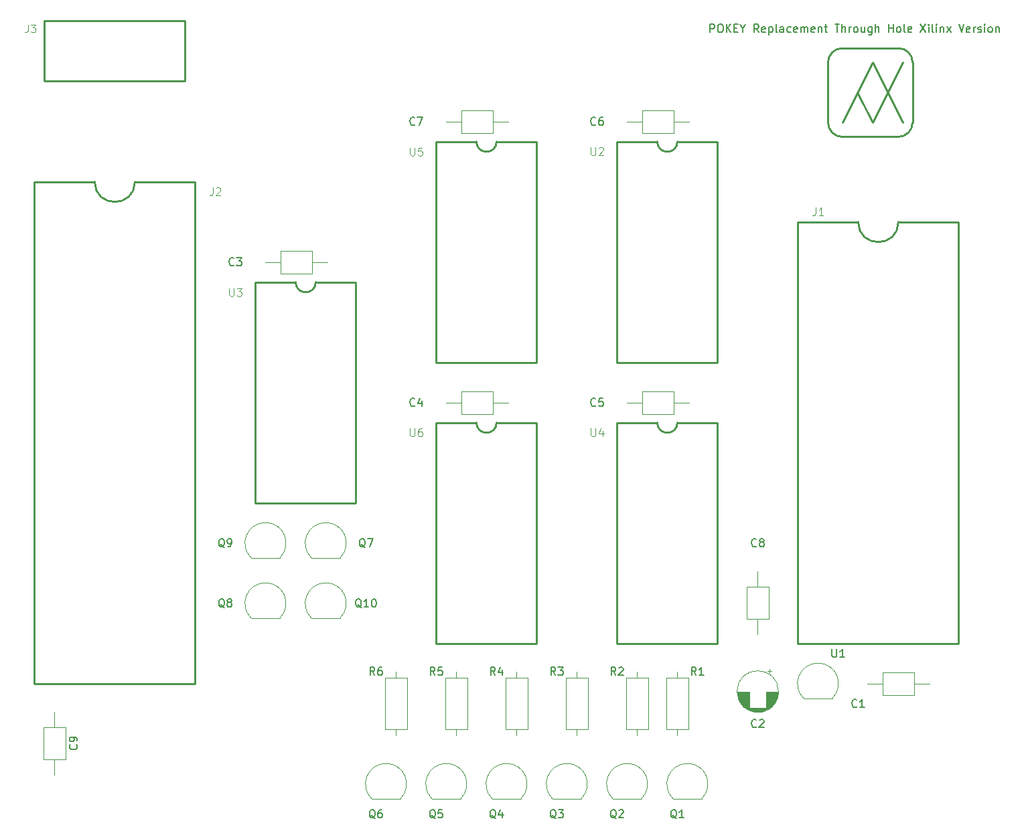
<source format=gbr>
%TF.GenerationSoftware,KiCad,Pcbnew,7.0.9*%
%TF.CreationDate,2024-11-06T00:13:14-07:00*%
%TF.ProjectId,Though_Hole_Single_Xilinx,54686f75-6768-45f4-986f-6c655f53696e,rev?*%
%TF.SameCoordinates,Original*%
%TF.FileFunction,Legend,Top*%
%TF.FilePolarity,Positive*%
%FSLAX46Y46*%
G04 Gerber Fmt 4.6, Leading zero omitted, Abs format (unit mm)*
G04 Created by KiCad (PCBNEW 7.0.9) date 2024-11-06 00:13:14*
%MOMM*%
%LPD*%
G01*
G04 APERTURE LIST*
%ADD10C,0.254000*%
%ADD11C,0.150000*%
%ADD12C,0.100000*%
%ADD13C,0.120000*%
G04 APERTURE END LIST*
D10*
X234206050Y-59290949D02*
X241299999Y-59290949D01*
X232409999Y-68707000D02*
X232409999Y-61087000D01*
X241299999Y-70503051D02*
X234206050Y-70503051D01*
X243096050Y-61087000D02*
X243096050Y-68707000D01*
X238016050Y-68707000D02*
X241826050Y-61087000D01*
X238016050Y-61087000D02*
X241826050Y-68707000D01*
X236111050Y-64897000D02*
X238016050Y-68707000D01*
X234206050Y-68707000D02*
X238016050Y-61087000D01*
D11*
X217506779Y-57273819D02*
X217506779Y-56273819D01*
X217506779Y-56273819D02*
X217887731Y-56273819D01*
X217887731Y-56273819D02*
X217982969Y-56321438D01*
X217982969Y-56321438D02*
X218030588Y-56369057D01*
X218030588Y-56369057D02*
X218078207Y-56464295D01*
X218078207Y-56464295D02*
X218078207Y-56607152D01*
X218078207Y-56607152D02*
X218030588Y-56702390D01*
X218030588Y-56702390D02*
X217982969Y-56750009D01*
X217982969Y-56750009D02*
X217887731Y-56797628D01*
X217887731Y-56797628D02*
X217506779Y-56797628D01*
X218697255Y-56273819D02*
X218887731Y-56273819D01*
X218887731Y-56273819D02*
X218982969Y-56321438D01*
X218982969Y-56321438D02*
X219078207Y-56416676D01*
X219078207Y-56416676D02*
X219125826Y-56607152D01*
X219125826Y-56607152D02*
X219125826Y-56940485D01*
X219125826Y-56940485D02*
X219078207Y-57130961D01*
X219078207Y-57130961D02*
X218982969Y-57226200D01*
X218982969Y-57226200D02*
X218887731Y-57273819D01*
X218887731Y-57273819D02*
X218697255Y-57273819D01*
X218697255Y-57273819D02*
X218602017Y-57226200D01*
X218602017Y-57226200D02*
X218506779Y-57130961D01*
X218506779Y-57130961D02*
X218459160Y-56940485D01*
X218459160Y-56940485D02*
X218459160Y-56607152D01*
X218459160Y-56607152D02*
X218506779Y-56416676D01*
X218506779Y-56416676D02*
X218602017Y-56321438D01*
X218602017Y-56321438D02*
X218697255Y-56273819D01*
X219554398Y-57273819D02*
X219554398Y-56273819D01*
X220125826Y-57273819D02*
X219697255Y-56702390D01*
X220125826Y-56273819D02*
X219554398Y-56845247D01*
X220554398Y-56750009D02*
X220887731Y-56750009D01*
X221030588Y-57273819D02*
X220554398Y-57273819D01*
X220554398Y-57273819D02*
X220554398Y-56273819D01*
X220554398Y-56273819D02*
X221030588Y-56273819D01*
X221649636Y-56797628D02*
X221649636Y-57273819D01*
X221316303Y-56273819D02*
X221649636Y-56797628D01*
X221649636Y-56797628D02*
X221982969Y-56273819D01*
X223649636Y-57273819D02*
X223316303Y-56797628D01*
X223078208Y-57273819D02*
X223078208Y-56273819D01*
X223078208Y-56273819D02*
X223459160Y-56273819D01*
X223459160Y-56273819D02*
X223554398Y-56321438D01*
X223554398Y-56321438D02*
X223602017Y-56369057D01*
X223602017Y-56369057D02*
X223649636Y-56464295D01*
X223649636Y-56464295D02*
X223649636Y-56607152D01*
X223649636Y-56607152D02*
X223602017Y-56702390D01*
X223602017Y-56702390D02*
X223554398Y-56750009D01*
X223554398Y-56750009D02*
X223459160Y-56797628D01*
X223459160Y-56797628D02*
X223078208Y-56797628D01*
X224459160Y-57226200D02*
X224363922Y-57273819D01*
X224363922Y-57273819D02*
X224173446Y-57273819D01*
X224173446Y-57273819D02*
X224078208Y-57226200D01*
X224078208Y-57226200D02*
X224030589Y-57130961D01*
X224030589Y-57130961D02*
X224030589Y-56750009D01*
X224030589Y-56750009D02*
X224078208Y-56654771D01*
X224078208Y-56654771D02*
X224173446Y-56607152D01*
X224173446Y-56607152D02*
X224363922Y-56607152D01*
X224363922Y-56607152D02*
X224459160Y-56654771D01*
X224459160Y-56654771D02*
X224506779Y-56750009D01*
X224506779Y-56750009D02*
X224506779Y-56845247D01*
X224506779Y-56845247D02*
X224030589Y-56940485D01*
X224935351Y-56607152D02*
X224935351Y-57607152D01*
X224935351Y-56654771D02*
X225030589Y-56607152D01*
X225030589Y-56607152D02*
X225221065Y-56607152D01*
X225221065Y-56607152D02*
X225316303Y-56654771D01*
X225316303Y-56654771D02*
X225363922Y-56702390D01*
X225363922Y-56702390D02*
X225411541Y-56797628D01*
X225411541Y-56797628D02*
X225411541Y-57083342D01*
X225411541Y-57083342D02*
X225363922Y-57178580D01*
X225363922Y-57178580D02*
X225316303Y-57226200D01*
X225316303Y-57226200D02*
X225221065Y-57273819D01*
X225221065Y-57273819D02*
X225030589Y-57273819D01*
X225030589Y-57273819D02*
X224935351Y-57226200D01*
X225982970Y-57273819D02*
X225887732Y-57226200D01*
X225887732Y-57226200D02*
X225840113Y-57130961D01*
X225840113Y-57130961D02*
X225840113Y-56273819D01*
X226792494Y-57273819D02*
X226792494Y-56750009D01*
X226792494Y-56750009D02*
X226744875Y-56654771D01*
X226744875Y-56654771D02*
X226649637Y-56607152D01*
X226649637Y-56607152D02*
X226459161Y-56607152D01*
X226459161Y-56607152D02*
X226363923Y-56654771D01*
X226792494Y-57226200D02*
X226697256Y-57273819D01*
X226697256Y-57273819D02*
X226459161Y-57273819D01*
X226459161Y-57273819D02*
X226363923Y-57226200D01*
X226363923Y-57226200D02*
X226316304Y-57130961D01*
X226316304Y-57130961D02*
X226316304Y-57035723D01*
X226316304Y-57035723D02*
X226363923Y-56940485D01*
X226363923Y-56940485D02*
X226459161Y-56892866D01*
X226459161Y-56892866D02*
X226697256Y-56892866D01*
X226697256Y-56892866D02*
X226792494Y-56845247D01*
X227697256Y-57226200D02*
X227602018Y-57273819D01*
X227602018Y-57273819D02*
X227411542Y-57273819D01*
X227411542Y-57273819D02*
X227316304Y-57226200D01*
X227316304Y-57226200D02*
X227268685Y-57178580D01*
X227268685Y-57178580D02*
X227221066Y-57083342D01*
X227221066Y-57083342D02*
X227221066Y-56797628D01*
X227221066Y-56797628D02*
X227268685Y-56702390D01*
X227268685Y-56702390D02*
X227316304Y-56654771D01*
X227316304Y-56654771D02*
X227411542Y-56607152D01*
X227411542Y-56607152D02*
X227602018Y-56607152D01*
X227602018Y-56607152D02*
X227697256Y-56654771D01*
X228506780Y-57226200D02*
X228411542Y-57273819D01*
X228411542Y-57273819D02*
X228221066Y-57273819D01*
X228221066Y-57273819D02*
X228125828Y-57226200D01*
X228125828Y-57226200D02*
X228078209Y-57130961D01*
X228078209Y-57130961D02*
X228078209Y-56750009D01*
X228078209Y-56750009D02*
X228125828Y-56654771D01*
X228125828Y-56654771D02*
X228221066Y-56607152D01*
X228221066Y-56607152D02*
X228411542Y-56607152D01*
X228411542Y-56607152D02*
X228506780Y-56654771D01*
X228506780Y-56654771D02*
X228554399Y-56750009D01*
X228554399Y-56750009D02*
X228554399Y-56845247D01*
X228554399Y-56845247D02*
X228078209Y-56940485D01*
X228982971Y-57273819D02*
X228982971Y-56607152D01*
X228982971Y-56702390D02*
X229030590Y-56654771D01*
X229030590Y-56654771D02*
X229125828Y-56607152D01*
X229125828Y-56607152D02*
X229268685Y-56607152D01*
X229268685Y-56607152D02*
X229363923Y-56654771D01*
X229363923Y-56654771D02*
X229411542Y-56750009D01*
X229411542Y-56750009D02*
X229411542Y-57273819D01*
X229411542Y-56750009D02*
X229459161Y-56654771D01*
X229459161Y-56654771D02*
X229554399Y-56607152D01*
X229554399Y-56607152D02*
X229697256Y-56607152D01*
X229697256Y-56607152D02*
X229792495Y-56654771D01*
X229792495Y-56654771D02*
X229840114Y-56750009D01*
X229840114Y-56750009D02*
X229840114Y-57273819D01*
X230697256Y-57226200D02*
X230602018Y-57273819D01*
X230602018Y-57273819D02*
X230411542Y-57273819D01*
X230411542Y-57273819D02*
X230316304Y-57226200D01*
X230316304Y-57226200D02*
X230268685Y-57130961D01*
X230268685Y-57130961D02*
X230268685Y-56750009D01*
X230268685Y-56750009D02*
X230316304Y-56654771D01*
X230316304Y-56654771D02*
X230411542Y-56607152D01*
X230411542Y-56607152D02*
X230602018Y-56607152D01*
X230602018Y-56607152D02*
X230697256Y-56654771D01*
X230697256Y-56654771D02*
X230744875Y-56750009D01*
X230744875Y-56750009D02*
X230744875Y-56845247D01*
X230744875Y-56845247D02*
X230268685Y-56940485D01*
X231173447Y-56607152D02*
X231173447Y-57273819D01*
X231173447Y-56702390D02*
X231221066Y-56654771D01*
X231221066Y-56654771D02*
X231316304Y-56607152D01*
X231316304Y-56607152D02*
X231459161Y-56607152D01*
X231459161Y-56607152D02*
X231554399Y-56654771D01*
X231554399Y-56654771D02*
X231602018Y-56750009D01*
X231602018Y-56750009D02*
X231602018Y-57273819D01*
X231935352Y-56607152D02*
X232316304Y-56607152D01*
X232078209Y-56273819D02*
X232078209Y-57130961D01*
X232078209Y-57130961D02*
X232125828Y-57226200D01*
X232125828Y-57226200D02*
X232221066Y-57273819D01*
X232221066Y-57273819D02*
X232316304Y-57273819D01*
X233268686Y-56273819D02*
X233840114Y-56273819D01*
X233554400Y-57273819D02*
X233554400Y-56273819D01*
X234173448Y-57273819D02*
X234173448Y-56273819D01*
X234602019Y-57273819D02*
X234602019Y-56750009D01*
X234602019Y-56750009D02*
X234554400Y-56654771D01*
X234554400Y-56654771D02*
X234459162Y-56607152D01*
X234459162Y-56607152D02*
X234316305Y-56607152D01*
X234316305Y-56607152D02*
X234221067Y-56654771D01*
X234221067Y-56654771D02*
X234173448Y-56702390D01*
X235078210Y-57273819D02*
X235078210Y-56607152D01*
X235078210Y-56797628D02*
X235125829Y-56702390D01*
X235125829Y-56702390D02*
X235173448Y-56654771D01*
X235173448Y-56654771D02*
X235268686Y-56607152D01*
X235268686Y-56607152D02*
X235363924Y-56607152D01*
X235840115Y-57273819D02*
X235744877Y-57226200D01*
X235744877Y-57226200D02*
X235697258Y-57178580D01*
X235697258Y-57178580D02*
X235649639Y-57083342D01*
X235649639Y-57083342D02*
X235649639Y-56797628D01*
X235649639Y-56797628D02*
X235697258Y-56702390D01*
X235697258Y-56702390D02*
X235744877Y-56654771D01*
X235744877Y-56654771D02*
X235840115Y-56607152D01*
X235840115Y-56607152D02*
X235982972Y-56607152D01*
X235982972Y-56607152D02*
X236078210Y-56654771D01*
X236078210Y-56654771D02*
X236125829Y-56702390D01*
X236125829Y-56702390D02*
X236173448Y-56797628D01*
X236173448Y-56797628D02*
X236173448Y-57083342D01*
X236173448Y-57083342D02*
X236125829Y-57178580D01*
X236125829Y-57178580D02*
X236078210Y-57226200D01*
X236078210Y-57226200D02*
X235982972Y-57273819D01*
X235982972Y-57273819D02*
X235840115Y-57273819D01*
X237030591Y-56607152D02*
X237030591Y-57273819D01*
X236602020Y-56607152D02*
X236602020Y-57130961D01*
X236602020Y-57130961D02*
X236649639Y-57226200D01*
X236649639Y-57226200D02*
X236744877Y-57273819D01*
X236744877Y-57273819D02*
X236887734Y-57273819D01*
X236887734Y-57273819D02*
X236982972Y-57226200D01*
X236982972Y-57226200D02*
X237030591Y-57178580D01*
X237935353Y-56607152D02*
X237935353Y-57416676D01*
X237935353Y-57416676D02*
X237887734Y-57511914D01*
X237887734Y-57511914D02*
X237840115Y-57559533D01*
X237840115Y-57559533D02*
X237744877Y-57607152D01*
X237744877Y-57607152D02*
X237602020Y-57607152D01*
X237602020Y-57607152D02*
X237506782Y-57559533D01*
X237935353Y-57226200D02*
X237840115Y-57273819D01*
X237840115Y-57273819D02*
X237649639Y-57273819D01*
X237649639Y-57273819D02*
X237554401Y-57226200D01*
X237554401Y-57226200D02*
X237506782Y-57178580D01*
X237506782Y-57178580D02*
X237459163Y-57083342D01*
X237459163Y-57083342D02*
X237459163Y-56797628D01*
X237459163Y-56797628D02*
X237506782Y-56702390D01*
X237506782Y-56702390D02*
X237554401Y-56654771D01*
X237554401Y-56654771D02*
X237649639Y-56607152D01*
X237649639Y-56607152D02*
X237840115Y-56607152D01*
X237840115Y-56607152D02*
X237935353Y-56654771D01*
X238411544Y-57273819D02*
X238411544Y-56273819D01*
X238840115Y-57273819D02*
X238840115Y-56750009D01*
X238840115Y-56750009D02*
X238792496Y-56654771D01*
X238792496Y-56654771D02*
X238697258Y-56607152D01*
X238697258Y-56607152D02*
X238554401Y-56607152D01*
X238554401Y-56607152D02*
X238459163Y-56654771D01*
X238459163Y-56654771D02*
X238411544Y-56702390D01*
X240078211Y-57273819D02*
X240078211Y-56273819D01*
X240078211Y-56750009D02*
X240649639Y-56750009D01*
X240649639Y-57273819D02*
X240649639Y-56273819D01*
X241268687Y-57273819D02*
X241173449Y-57226200D01*
X241173449Y-57226200D02*
X241125830Y-57178580D01*
X241125830Y-57178580D02*
X241078211Y-57083342D01*
X241078211Y-57083342D02*
X241078211Y-56797628D01*
X241078211Y-56797628D02*
X241125830Y-56702390D01*
X241125830Y-56702390D02*
X241173449Y-56654771D01*
X241173449Y-56654771D02*
X241268687Y-56607152D01*
X241268687Y-56607152D02*
X241411544Y-56607152D01*
X241411544Y-56607152D02*
X241506782Y-56654771D01*
X241506782Y-56654771D02*
X241554401Y-56702390D01*
X241554401Y-56702390D02*
X241602020Y-56797628D01*
X241602020Y-56797628D02*
X241602020Y-57083342D01*
X241602020Y-57083342D02*
X241554401Y-57178580D01*
X241554401Y-57178580D02*
X241506782Y-57226200D01*
X241506782Y-57226200D02*
X241411544Y-57273819D01*
X241411544Y-57273819D02*
X241268687Y-57273819D01*
X242173449Y-57273819D02*
X242078211Y-57226200D01*
X242078211Y-57226200D02*
X242030592Y-57130961D01*
X242030592Y-57130961D02*
X242030592Y-56273819D01*
X242935354Y-57226200D02*
X242840116Y-57273819D01*
X242840116Y-57273819D02*
X242649640Y-57273819D01*
X242649640Y-57273819D02*
X242554402Y-57226200D01*
X242554402Y-57226200D02*
X242506783Y-57130961D01*
X242506783Y-57130961D02*
X242506783Y-56750009D01*
X242506783Y-56750009D02*
X242554402Y-56654771D01*
X242554402Y-56654771D02*
X242649640Y-56607152D01*
X242649640Y-56607152D02*
X242840116Y-56607152D01*
X242840116Y-56607152D02*
X242935354Y-56654771D01*
X242935354Y-56654771D02*
X242982973Y-56750009D01*
X242982973Y-56750009D02*
X242982973Y-56845247D01*
X242982973Y-56845247D02*
X242506783Y-56940485D01*
X244078212Y-56273819D02*
X244744878Y-57273819D01*
X244744878Y-56273819D02*
X244078212Y-57273819D01*
X245125831Y-57273819D02*
X245125831Y-56607152D01*
X245125831Y-56273819D02*
X245078212Y-56321438D01*
X245078212Y-56321438D02*
X245125831Y-56369057D01*
X245125831Y-56369057D02*
X245173450Y-56321438D01*
X245173450Y-56321438D02*
X245125831Y-56273819D01*
X245125831Y-56273819D02*
X245125831Y-56369057D01*
X245744878Y-57273819D02*
X245649640Y-57226200D01*
X245649640Y-57226200D02*
X245602021Y-57130961D01*
X245602021Y-57130961D02*
X245602021Y-56273819D01*
X246125831Y-57273819D02*
X246125831Y-56607152D01*
X246125831Y-56273819D02*
X246078212Y-56321438D01*
X246078212Y-56321438D02*
X246125831Y-56369057D01*
X246125831Y-56369057D02*
X246173450Y-56321438D01*
X246173450Y-56321438D02*
X246125831Y-56273819D01*
X246125831Y-56273819D02*
X246125831Y-56369057D01*
X246602021Y-56607152D02*
X246602021Y-57273819D01*
X246602021Y-56702390D02*
X246649640Y-56654771D01*
X246649640Y-56654771D02*
X246744878Y-56607152D01*
X246744878Y-56607152D02*
X246887735Y-56607152D01*
X246887735Y-56607152D02*
X246982973Y-56654771D01*
X246982973Y-56654771D02*
X247030592Y-56750009D01*
X247030592Y-56750009D02*
X247030592Y-57273819D01*
X247411545Y-57273819D02*
X247935354Y-56607152D01*
X247411545Y-56607152D02*
X247935354Y-57273819D01*
X248935355Y-56273819D02*
X249268688Y-57273819D01*
X249268688Y-57273819D02*
X249602021Y-56273819D01*
X250316307Y-57226200D02*
X250221069Y-57273819D01*
X250221069Y-57273819D02*
X250030593Y-57273819D01*
X250030593Y-57273819D02*
X249935355Y-57226200D01*
X249935355Y-57226200D02*
X249887736Y-57130961D01*
X249887736Y-57130961D02*
X249887736Y-56750009D01*
X249887736Y-56750009D02*
X249935355Y-56654771D01*
X249935355Y-56654771D02*
X250030593Y-56607152D01*
X250030593Y-56607152D02*
X250221069Y-56607152D01*
X250221069Y-56607152D02*
X250316307Y-56654771D01*
X250316307Y-56654771D02*
X250363926Y-56750009D01*
X250363926Y-56750009D02*
X250363926Y-56845247D01*
X250363926Y-56845247D02*
X249887736Y-56940485D01*
X250792498Y-57273819D02*
X250792498Y-56607152D01*
X250792498Y-56797628D02*
X250840117Y-56702390D01*
X250840117Y-56702390D02*
X250887736Y-56654771D01*
X250887736Y-56654771D02*
X250982974Y-56607152D01*
X250982974Y-56607152D02*
X251078212Y-56607152D01*
X251363927Y-57226200D02*
X251459165Y-57273819D01*
X251459165Y-57273819D02*
X251649641Y-57273819D01*
X251649641Y-57273819D02*
X251744879Y-57226200D01*
X251744879Y-57226200D02*
X251792498Y-57130961D01*
X251792498Y-57130961D02*
X251792498Y-57083342D01*
X251792498Y-57083342D02*
X251744879Y-56988104D01*
X251744879Y-56988104D02*
X251649641Y-56940485D01*
X251649641Y-56940485D02*
X251506784Y-56940485D01*
X251506784Y-56940485D02*
X251411546Y-56892866D01*
X251411546Y-56892866D02*
X251363927Y-56797628D01*
X251363927Y-56797628D02*
X251363927Y-56750009D01*
X251363927Y-56750009D02*
X251411546Y-56654771D01*
X251411546Y-56654771D02*
X251506784Y-56607152D01*
X251506784Y-56607152D02*
X251649641Y-56607152D01*
X251649641Y-56607152D02*
X251744879Y-56654771D01*
X252221070Y-57273819D02*
X252221070Y-56607152D01*
X252221070Y-56273819D02*
X252173451Y-56321438D01*
X252173451Y-56321438D02*
X252221070Y-56369057D01*
X252221070Y-56369057D02*
X252268689Y-56321438D01*
X252268689Y-56321438D02*
X252221070Y-56273819D01*
X252221070Y-56273819D02*
X252221070Y-56369057D01*
X252840117Y-57273819D02*
X252744879Y-57226200D01*
X252744879Y-57226200D02*
X252697260Y-57178580D01*
X252697260Y-57178580D02*
X252649641Y-57083342D01*
X252649641Y-57083342D02*
X252649641Y-56797628D01*
X252649641Y-56797628D02*
X252697260Y-56702390D01*
X252697260Y-56702390D02*
X252744879Y-56654771D01*
X252744879Y-56654771D02*
X252840117Y-56607152D01*
X252840117Y-56607152D02*
X252982974Y-56607152D01*
X252982974Y-56607152D02*
X253078212Y-56654771D01*
X253078212Y-56654771D02*
X253125831Y-56702390D01*
X253125831Y-56702390D02*
X253173450Y-56797628D01*
X253173450Y-56797628D02*
X253173450Y-57083342D01*
X253173450Y-57083342D02*
X253125831Y-57178580D01*
X253125831Y-57178580D02*
X253078212Y-57226200D01*
X253078212Y-57226200D02*
X252982974Y-57273819D01*
X252982974Y-57273819D02*
X252840117Y-57273819D01*
X253602022Y-56607152D02*
X253602022Y-57273819D01*
X253602022Y-56702390D02*
X253649641Y-56654771D01*
X253649641Y-56654771D02*
X253744879Y-56607152D01*
X253744879Y-56607152D02*
X253887736Y-56607152D01*
X253887736Y-56607152D02*
X253982974Y-56654771D01*
X253982974Y-56654771D02*
X254030593Y-56750009D01*
X254030593Y-56750009D02*
X254030593Y-57273819D01*
D10*
X241299999Y-70503050D02*
G75*
G03*
X243096050Y-68707000I1J1796050D01*
G01*
X232410000Y-68707000D02*
G75*
G03*
X234206050Y-70503051I1796050J-1D01*
G01*
X243096049Y-61087000D02*
G75*
G03*
X241299999Y-59290949I-1796050J1D01*
G01*
X234206050Y-59290950D02*
G75*
G03*
X232409999Y-61087000I-1J-1796050D01*
G01*
D11*
X137399580Y-147406666D02*
X137447200Y-147454285D01*
X137447200Y-147454285D02*
X137494819Y-147597142D01*
X137494819Y-147597142D02*
X137494819Y-147692380D01*
X137494819Y-147692380D02*
X137447200Y-147835237D01*
X137447200Y-147835237D02*
X137351961Y-147930475D01*
X137351961Y-147930475D02*
X137256723Y-147978094D01*
X137256723Y-147978094D02*
X137066247Y-148025713D01*
X137066247Y-148025713D02*
X136923390Y-148025713D01*
X136923390Y-148025713D02*
X136732914Y-147978094D01*
X136732914Y-147978094D02*
X136637676Y-147930475D01*
X136637676Y-147930475D02*
X136542438Y-147835237D01*
X136542438Y-147835237D02*
X136494819Y-147692380D01*
X136494819Y-147692380D02*
X136494819Y-147597142D01*
X136494819Y-147597142D02*
X136542438Y-147454285D01*
X136542438Y-147454285D02*
X136590057Y-147406666D01*
X137494819Y-146930475D02*
X137494819Y-146739999D01*
X137494819Y-146739999D02*
X137447200Y-146644761D01*
X137447200Y-146644761D02*
X137399580Y-146597142D01*
X137399580Y-146597142D02*
X137256723Y-146501904D01*
X137256723Y-146501904D02*
X137066247Y-146454285D01*
X137066247Y-146454285D02*
X136685295Y-146454285D01*
X136685295Y-146454285D02*
X136590057Y-146501904D01*
X136590057Y-146501904D02*
X136542438Y-146549523D01*
X136542438Y-146549523D02*
X136494819Y-146644761D01*
X136494819Y-146644761D02*
X136494819Y-146835237D01*
X136494819Y-146835237D02*
X136542438Y-146930475D01*
X136542438Y-146930475D02*
X136590057Y-146978094D01*
X136590057Y-146978094D02*
X136685295Y-147025713D01*
X136685295Y-147025713D02*
X136923390Y-147025713D01*
X136923390Y-147025713D02*
X137018628Y-146978094D01*
X137018628Y-146978094D02*
X137066247Y-146930475D01*
X137066247Y-146930475D02*
X137113866Y-146835237D01*
X137113866Y-146835237D02*
X137113866Y-146644761D01*
X137113866Y-146644761D02*
X137066247Y-146549523D01*
X137066247Y-146549523D02*
X137018628Y-146501904D01*
X137018628Y-146501904D02*
X136923390Y-146454285D01*
X215733333Y-138630819D02*
X215400000Y-138154628D01*
X215161905Y-138630819D02*
X215161905Y-137630819D01*
X215161905Y-137630819D02*
X215542857Y-137630819D01*
X215542857Y-137630819D02*
X215638095Y-137678438D01*
X215638095Y-137678438D02*
X215685714Y-137726057D01*
X215685714Y-137726057D02*
X215733333Y-137821295D01*
X215733333Y-137821295D02*
X215733333Y-137964152D01*
X215733333Y-137964152D02*
X215685714Y-138059390D01*
X215685714Y-138059390D02*
X215638095Y-138107009D01*
X215638095Y-138107009D02*
X215542857Y-138154628D01*
X215542857Y-138154628D02*
X215161905Y-138154628D01*
X216685714Y-138630819D02*
X216114286Y-138630819D01*
X216400000Y-138630819D02*
X216400000Y-137630819D01*
X216400000Y-137630819D02*
X216304762Y-137773676D01*
X216304762Y-137773676D02*
X216209524Y-137868914D01*
X216209524Y-137868914D02*
X216114286Y-137916533D01*
X175093333Y-138630819D02*
X174760000Y-138154628D01*
X174521905Y-138630819D02*
X174521905Y-137630819D01*
X174521905Y-137630819D02*
X174902857Y-137630819D01*
X174902857Y-137630819D02*
X174998095Y-137678438D01*
X174998095Y-137678438D02*
X175045714Y-137726057D01*
X175045714Y-137726057D02*
X175093333Y-137821295D01*
X175093333Y-137821295D02*
X175093333Y-137964152D01*
X175093333Y-137964152D02*
X175045714Y-138059390D01*
X175045714Y-138059390D02*
X174998095Y-138107009D01*
X174998095Y-138107009D02*
X174902857Y-138154628D01*
X174902857Y-138154628D02*
X174521905Y-138154628D01*
X175950476Y-137630819D02*
X175760000Y-137630819D01*
X175760000Y-137630819D02*
X175664762Y-137678438D01*
X175664762Y-137678438D02*
X175617143Y-137726057D01*
X175617143Y-137726057D02*
X175521905Y-137868914D01*
X175521905Y-137868914D02*
X175474286Y-138059390D01*
X175474286Y-138059390D02*
X175474286Y-138440342D01*
X175474286Y-138440342D02*
X175521905Y-138535580D01*
X175521905Y-138535580D02*
X175569524Y-138583200D01*
X175569524Y-138583200D02*
X175664762Y-138630819D01*
X175664762Y-138630819D02*
X175855238Y-138630819D01*
X175855238Y-138630819D02*
X175950476Y-138583200D01*
X175950476Y-138583200D02*
X175998095Y-138535580D01*
X175998095Y-138535580D02*
X176045714Y-138440342D01*
X176045714Y-138440342D02*
X176045714Y-138202247D01*
X176045714Y-138202247D02*
X175998095Y-138107009D01*
X175998095Y-138107009D02*
X175950476Y-138059390D01*
X175950476Y-138059390D02*
X175855238Y-138011771D01*
X175855238Y-138011771D02*
X175664762Y-138011771D01*
X175664762Y-138011771D02*
X175569524Y-138059390D01*
X175569524Y-138059390D02*
X175521905Y-138107009D01*
X175521905Y-138107009D02*
X175474286Y-138202247D01*
X182713333Y-138630819D02*
X182380000Y-138154628D01*
X182141905Y-138630819D02*
X182141905Y-137630819D01*
X182141905Y-137630819D02*
X182522857Y-137630819D01*
X182522857Y-137630819D02*
X182618095Y-137678438D01*
X182618095Y-137678438D02*
X182665714Y-137726057D01*
X182665714Y-137726057D02*
X182713333Y-137821295D01*
X182713333Y-137821295D02*
X182713333Y-137964152D01*
X182713333Y-137964152D02*
X182665714Y-138059390D01*
X182665714Y-138059390D02*
X182618095Y-138107009D01*
X182618095Y-138107009D02*
X182522857Y-138154628D01*
X182522857Y-138154628D02*
X182141905Y-138154628D01*
X183618095Y-137630819D02*
X183141905Y-137630819D01*
X183141905Y-137630819D02*
X183094286Y-138107009D01*
X183094286Y-138107009D02*
X183141905Y-138059390D01*
X183141905Y-138059390D02*
X183237143Y-138011771D01*
X183237143Y-138011771D02*
X183475238Y-138011771D01*
X183475238Y-138011771D02*
X183570476Y-138059390D01*
X183570476Y-138059390D02*
X183618095Y-138107009D01*
X183618095Y-138107009D02*
X183665714Y-138202247D01*
X183665714Y-138202247D02*
X183665714Y-138440342D01*
X183665714Y-138440342D02*
X183618095Y-138535580D01*
X183618095Y-138535580D02*
X183570476Y-138583200D01*
X183570476Y-138583200D02*
X183475238Y-138630819D01*
X183475238Y-138630819D02*
X183237143Y-138630819D01*
X183237143Y-138630819D02*
X183141905Y-138583200D01*
X183141905Y-138583200D02*
X183094286Y-138535580D01*
X190333333Y-138630819D02*
X190000000Y-138154628D01*
X189761905Y-138630819D02*
X189761905Y-137630819D01*
X189761905Y-137630819D02*
X190142857Y-137630819D01*
X190142857Y-137630819D02*
X190238095Y-137678438D01*
X190238095Y-137678438D02*
X190285714Y-137726057D01*
X190285714Y-137726057D02*
X190333333Y-137821295D01*
X190333333Y-137821295D02*
X190333333Y-137964152D01*
X190333333Y-137964152D02*
X190285714Y-138059390D01*
X190285714Y-138059390D02*
X190238095Y-138107009D01*
X190238095Y-138107009D02*
X190142857Y-138154628D01*
X190142857Y-138154628D02*
X189761905Y-138154628D01*
X191190476Y-137964152D02*
X191190476Y-138630819D01*
X190952381Y-137583200D02*
X190714286Y-138297485D01*
X190714286Y-138297485D02*
X191333333Y-138297485D01*
X197953333Y-138630819D02*
X197620000Y-138154628D01*
X197381905Y-138630819D02*
X197381905Y-137630819D01*
X197381905Y-137630819D02*
X197762857Y-137630819D01*
X197762857Y-137630819D02*
X197858095Y-137678438D01*
X197858095Y-137678438D02*
X197905714Y-137726057D01*
X197905714Y-137726057D02*
X197953333Y-137821295D01*
X197953333Y-137821295D02*
X197953333Y-137964152D01*
X197953333Y-137964152D02*
X197905714Y-138059390D01*
X197905714Y-138059390D02*
X197858095Y-138107009D01*
X197858095Y-138107009D02*
X197762857Y-138154628D01*
X197762857Y-138154628D02*
X197381905Y-138154628D01*
X198286667Y-137630819D02*
X198905714Y-137630819D01*
X198905714Y-137630819D02*
X198572381Y-138011771D01*
X198572381Y-138011771D02*
X198715238Y-138011771D01*
X198715238Y-138011771D02*
X198810476Y-138059390D01*
X198810476Y-138059390D02*
X198858095Y-138107009D01*
X198858095Y-138107009D02*
X198905714Y-138202247D01*
X198905714Y-138202247D02*
X198905714Y-138440342D01*
X198905714Y-138440342D02*
X198858095Y-138535580D01*
X198858095Y-138535580D02*
X198810476Y-138583200D01*
X198810476Y-138583200D02*
X198715238Y-138630819D01*
X198715238Y-138630819D02*
X198429524Y-138630819D01*
X198429524Y-138630819D02*
X198334286Y-138583200D01*
X198334286Y-138583200D02*
X198286667Y-138535580D01*
X205573333Y-138630819D02*
X205240000Y-138154628D01*
X205001905Y-138630819D02*
X205001905Y-137630819D01*
X205001905Y-137630819D02*
X205382857Y-137630819D01*
X205382857Y-137630819D02*
X205478095Y-137678438D01*
X205478095Y-137678438D02*
X205525714Y-137726057D01*
X205525714Y-137726057D02*
X205573333Y-137821295D01*
X205573333Y-137821295D02*
X205573333Y-137964152D01*
X205573333Y-137964152D02*
X205525714Y-138059390D01*
X205525714Y-138059390D02*
X205478095Y-138107009D01*
X205478095Y-138107009D02*
X205382857Y-138154628D01*
X205382857Y-138154628D02*
X205001905Y-138154628D01*
X205954286Y-137726057D02*
X206001905Y-137678438D01*
X206001905Y-137678438D02*
X206097143Y-137630819D01*
X206097143Y-137630819D02*
X206335238Y-137630819D01*
X206335238Y-137630819D02*
X206430476Y-137678438D01*
X206430476Y-137678438D02*
X206478095Y-137726057D01*
X206478095Y-137726057D02*
X206525714Y-137821295D01*
X206525714Y-137821295D02*
X206525714Y-137916533D01*
X206525714Y-137916533D02*
X206478095Y-138059390D01*
X206478095Y-138059390D02*
X205906667Y-138630819D01*
X205906667Y-138630819D02*
X206525714Y-138630819D01*
X223353333Y-145139580D02*
X223305714Y-145187200D01*
X223305714Y-145187200D02*
X223162857Y-145234819D01*
X223162857Y-145234819D02*
X223067619Y-145234819D01*
X223067619Y-145234819D02*
X222924762Y-145187200D01*
X222924762Y-145187200D02*
X222829524Y-145091961D01*
X222829524Y-145091961D02*
X222781905Y-144996723D01*
X222781905Y-144996723D02*
X222734286Y-144806247D01*
X222734286Y-144806247D02*
X222734286Y-144663390D01*
X222734286Y-144663390D02*
X222781905Y-144472914D01*
X222781905Y-144472914D02*
X222829524Y-144377676D01*
X222829524Y-144377676D02*
X222924762Y-144282438D01*
X222924762Y-144282438D02*
X223067619Y-144234819D01*
X223067619Y-144234819D02*
X223162857Y-144234819D01*
X223162857Y-144234819D02*
X223305714Y-144282438D01*
X223305714Y-144282438D02*
X223353333Y-144330057D01*
X223734286Y-144330057D02*
X223781905Y-144282438D01*
X223781905Y-144282438D02*
X223877143Y-144234819D01*
X223877143Y-144234819D02*
X224115238Y-144234819D01*
X224115238Y-144234819D02*
X224210476Y-144282438D01*
X224210476Y-144282438D02*
X224258095Y-144330057D01*
X224258095Y-144330057D02*
X224305714Y-144425295D01*
X224305714Y-144425295D02*
X224305714Y-144520533D01*
X224305714Y-144520533D02*
X224258095Y-144663390D01*
X224258095Y-144663390D02*
X223686667Y-145234819D01*
X223686667Y-145234819D02*
X224305714Y-145234819D01*
D12*
X179578095Y-107407419D02*
X179578095Y-108216942D01*
X179578095Y-108216942D02*
X179625714Y-108312180D01*
X179625714Y-108312180D02*
X179673333Y-108359800D01*
X179673333Y-108359800D02*
X179768571Y-108407419D01*
X179768571Y-108407419D02*
X179959047Y-108407419D01*
X179959047Y-108407419D02*
X180054285Y-108359800D01*
X180054285Y-108359800D02*
X180101904Y-108312180D01*
X180101904Y-108312180D02*
X180149523Y-108216942D01*
X180149523Y-108216942D02*
X180149523Y-107407419D01*
X181054285Y-107407419D02*
X180863809Y-107407419D01*
X180863809Y-107407419D02*
X180768571Y-107455038D01*
X180768571Y-107455038D02*
X180720952Y-107502657D01*
X180720952Y-107502657D02*
X180625714Y-107645514D01*
X180625714Y-107645514D02*
X180578095Y-107835990D01*
X180578095Y-107835990D02*
X180578095Y-108216942D01*
X180578095Y-108216942D02*
X180625714Y-108312180D01*
X180625714Y-108312180D02*
X180673333Y-108359800D01*
X180673333Y-108359800D02*
X180768571Y-108407419D01*
X180768571Y-108407419D02*
X180959047Y-108407419D01*
X180959047Y-108407419D02*
X181054285Y-108359800D01*
X181054285Y-108359800D02*
X181101904Y-108312180D01*
X181101904Y-108312180D02*
X181149523Y-108216942D01*
X181149523Y-108216942D02*
X181149523Y-107978847D01*
X181149523Y-107978847D02*
X181101904Y-107883609D01*
X181101904Y-107883609D02*
X181054285Y-107835990D01*
X181054285Y-107835990D02*
X180959047Y-107788371D01*
X180959047Y-107788371D02*
X180768571Y-107788371D01*
X180768571Y-107788371D02*
X180673333Y-107835990D01*
X180673333Y-107835990D02*
X180625714Y-107883609D01*
X180625714Y-107883609D02*
X180578095Y-107978847D01*
X179578095Y-71887419D02*
X179578095Y-72696942D01*
X179578095Y-72696942D02*
X179625714Y-72792180D01*
X179625714Y-72792180D02*
X179673333Y-72839800D01*
X179673333Y-72839800D02*
X179768571Y-72887419D01*
X179768571Y-72887419D02*
X179959047Y-72887419D01*
X179959047Y-72887419D02*
X180054285Y-72839800D01*
X180054285Y-72839800D02*
X180101904Y-72792180D01*
X180101904Y-72792180D02*
X180149523Y-72696942D01*
X180149523Y-72696942D02*
X180149523Y-71887419D01*
X181101904Y-71887419D02*
X180625714Y-71887419D01*
X180625714Y-71887419D02*
X180578095Y-72363609D01*
X180578095Y-72363609D02*
X180625714Y-72315990D01*
X180625714Y-72315990D02*
X180720952Y-72268371D01*
X180720952Y-72268371D02*
X180959047Y-72268371D01*
X180959047Y-72268371D02*
X181054285Y-72315990D01*
X181054285Y-72315990D02*
X181101904Y-72363609D01*
X181101904Y-72363609D02*
X181149523Y-72458847D01*
X181149523Y-72458847D02*
X181149523Y-72696942D01*
X181149523Y-72696942D02*
X181101904Y-72792180D01*
X181101904Y-72792180D02*
X181054285Y-72839800D01*
X181054285Y-72839800D02*
X180959047Y-72887419D01*
X180959047Y-72887419D02*
X180720952Y-72887419D01*
X180720952Y-72887419D02*
X180625714Y-72839800D01*
X180625714Y-72839800D02*
X180578095Y-72792180D01*
X202438095Y-107407419D02*
X202438095Y-108216942D01*
X202438095Y-108216942D02*
X202485714Y-108312180D01*
X202485714Y-108312180D02*
X202533333Y-108359800D01*
X202533333Y-108359800D02*
X202628571Y-108407419D01*
X202628571Y-108407419D02*
X202819047Y-108407419D01*
X202819047Y-108407419D02*
X202914285Y-108359800D01*
X202914285Y-108359800D02*
X202961904Y-108312180D01*
X202961904Y-108312180D02*
X203009523Y-108216942D01*
X203009523Y-108216942D02*
X203009523Y-107407419D01*
X203914285Y-107740752D02*
X203914285Y-108407419D01*
X203676190Y-107359800D02*
X203438095Y-108074085D01*
X203438095Y-108074085D02*
X204057142Y-108074085D01*
X156718095Y-89667419D02*
X156718095Y-90476942D01*
X156718095Y-90476942D02*
X156765714Y-90572180D01*
X156765714Y-90572180D02*
X156813333Y-90619800D01*
X156813333Y-90619800D02*
X156908571Y-90667419D01*
X156908571Y-90667419D02*
X157099047Y-90667419D01*
X157099047Y-90667419D02*
X157194285Y-90619800D01*
X157194285Y-90619800D02*
X157241904Y-90572180D01*
X157241904Y-90572180D02*
X157289523Y-90476942D01*
X157289523Y-90476942D02*
X157289523Y-89667419D01*
X157670476Y-89667419D02*
X158289523Y-89667419D01*
X158289523Y-89667419D02*
X157956190Y-90048371D01*
X157956190Y-90048371D02*
X158099047Y-90048371D01*
X158099047Y-90048371D02*
X158194285Y-90095990D01*
X158194285Y-90095990D02*
X158241904Y-90143609D01*
X158241904Y-90143609D02*
X158289523Y-90238847D01*
X158289523Y-90238847D02*
X158289523Y-90476942D01*
X158289523Y-90476942D02*
X158241904Y-90572180D01*
X158241904Y-90572180D02*
X158194285Y-90619800D01*
X158194285Y-90619800D02*
X158099047Y-90667419D01*
X158099047Y-90667419D02*
X157813333Y-90667419D01*
X157813333Y-90667419D02*
X157718095Y-90619800D01*
X157718095Y-90619800D02*
X157670476Y-90572180D01*
X202438095Y-71847419D02*
X202438095Y-72656942D01*
X202438095Y-72656942D02*
X202485714Y-72752180D01*
X202485714Y-72752180D02*
X202533333Y-72799800D01*
X202533333Y-72799800D02*
X202628571Y-72847419D01*
X202628571Y-72847419D02*
X202819047Y-72847419D01*
X202819047Y-72847419D02*
X202914285Y-72799800D01*
X202914285Y-72799800D02*
X202961904Y-72752180D01*
X202961904Y-72752180D02*
X203009523Y-72656942D01*
X203009523Y-72656942D02*
X203009523Y-71847419D01*
X203438095Y-71942657D02*
X203485714Y-71895038D01*
X203485714Y-71895038D02*
X203580952Y-71847419D01*
X203580952Y-71847419D02*
X203819047Y-71847419D01*
X203819047Y-71847419D02*
X203914285Y-71895038D01*
X203914285Y-71895038D02*
X203961904Y-71942657D01*
X203961904Y-71942657D02*
X204009523Y-72037895D01*
X204009523Y-72037895D02*
X204009523Y-72133133D01*
X204009523Y-72133133D02*
X203961904Y-72275990D01*
X203961904Y-72275990D02*
X203390476Y-72847419D01*
X203390476Y-72847419D02*
X204009523Y-72847419D01*
D11*
X232918095Y-135344819D02*
X232918095Y-136154342D01*
X232918095Y-136154342D02*
X232965714Y-136249580D01*
X232965714Y-136249580D02*
X233013333Y-136297200D01*
X233013333Y-136297200D02*
X233108571Y-136344819D01*
X233108571Y-136344819D02*
X233299047Y-136344819D01*
X233299047Y-136344819D02*
X233394285Y-136297200D01*
X233394285Y-136297200D02*
X233441904Y-136249580D01*
X233441904Y-136249580D02*
X233489523Y-136154342D01*
X233489523Y-136154342D02*
X233489523Y-135344819D01*
X234489523Y-136344819D02*
X233918095Y-136344819D01*
X234203809Y-136344819D02*
X234203809Y-135344819D01*
X234203809Y-135344819D02*
X234108571Y-135487676D01*
X234108571Y-135487676D02*
X234013333Y-135582914D01*
X234013333Y-135582914D02*
X233918095Y-135630533D01*
X173418571Y-130090057D02*
X173323333Y-130042438D01*
X173323333Y-130042438D02*
X173228095Y-129947200D01*
X173228095Y-129947200D02*
X173085238Y-129804342D01*
X173085238Y-129804342D02*
X172990000Y-129756723D01*
X172990000Y-129756723D02*
X172894762Y-129756723D01*
X172942381Y-129994819D02*
X172847143Y-129947200D01*
X172847143Y-129947200D02*
X172751905Y-129851961D01*
X172751905Y-129851961D02*
X172704286Y-129661485D01*
X172704286Y-129661485D02*
X172704286Y-129328152D01*
X172704286Y-129328152D02*
X172751905Y-129137676D01*
X172751905Y-129137676D02*
X172847143Y-129042438D01*
X172847143Y-129042438D02*
X172942381Y-128994819D01*
X172942381Y-128994819D02*
X173132857Y-128994819D01*
X173132857Y-128994819D02*
X173228095Y-129042438D01*
X173228095Y-129042438D02*
X173323333Y-129137676D01*
X173323333Y-129137676D02*
X173370952Y-129328152D01*
X173370952Y-129328152D02*
X173370952Y-129661485D01*
X173370952Y-129661485D02*
X173323333Y-129851961D01*
X173323333Y-129851961D02*
X173228095Y-129947200D01*
X173228095Y-129947200D02*
X173132857Y-129994819D01*
X173132857Y-129994819D02*
X172942381Y-129994819D01*
X174323333Y-129994819D02*
X173751905Y-129994819D01*
X174037619Y-129994819D02*
X174037619Y-128994819D01*
X174037619Y-128994819D02*
X173942381Y-129137676D01*
X173942381Y-129137676D02*
X173847143Y-129232914D01*
X173847143Y-129232914D02*
X173751905Y-129280533D01*
X174942381Y-128994819D02*
X175037619Y-128994819D01*
X175037619Y-128994819D02*
X175132857Y-129042438D01*
X175132857Y-129042438D02*
X175180476Y-129090057D01*
X175180476Y-129090057D02*
X175228095Y-129185295D01*
X175228095Y-129185295D02*
X175275714Y-129375771D01*
X175275714Y-129375771D02*
X175275714Y-129613866D01*
X175275714Y-129613866D02*
X175228095Y-129804342D01*
X175228095Y-129804342D02*
X175180476Y-129899580D01*
X175180476Y-129899580D02*
X175132857Y-129947200D01*
X175132857Y-129947200D02*
X175037619Y-129994819D01*
X175037619Y-129994819D02*
X174942381Y-129994819D01*
X174942381Y-129994819D02*
X174847143Y-129947200D01*
X174847143Y-129947200D02*
X174799524Y-129899580D01*
X174799524Y-129899580D02*
X174751905Y-129804342D01*
X174751905Y-129804342D02*
X174704286Y-129613866D01*
X174704286Y-129613866D02*
X174704286Y-129375771D01*
X174704286Y-129375771D02*
X174751905Y-129185295D01*
X174751905Y-129185295D02*
X174799524Y-129090057D01*
X174799524Y-129090057D02*
X174847143Y-129042438D01*
X174847143Y-129042438D02*
X174942381Y-128994819D01*
X156114761Y-122470057D02*
X156019523Y-122422438D01*
X156019523Y-122422438D02*
X155924285Y-122327200D01*
X155924285Y-122327200D02*
X155781428Y-122184342D01*
X155781428Y-122184342D02*
X155686190Y-122136723D01*
X155686190Y-122136723D02*
X155590952Y-122136723D01*
X155638571Y-122374819D02*
X155543333Y-122327200D01*
X155543333Y-122327200D02*
X155448095Y-122231961D01*
X155448095Y-122231961D02*
X155400476Y-122041485D01*
X155400476Y-122041485D02*
X155400476Y-121708152D01*
X155400476Y-121708152D02*
X155448095Y-121517676D01*
X155448095Y-121517676D02*
X155543333Y-121422438D01*
X155543333Y-121422438D02*
X155638571Y-121374819D01*
X155638571Y-121374819D02*
X155829047Y-121374819D01*
X155829047Y-121374819D02*
X155924285Y-121422438D01*
X155924285Y-121422438D02*
X156019523Y-121517676D01*
X156019523Y-121517676D02*
X156067142Y-121708152D01*
X156067142Y-121708152D02*
X156067142Y-122041485D01*
X156067142Y-122041485D02*
X156019523Y-122231961D01*
X156019523Y-122231961D02*
X155924285Y-122327200D01*
X155924285Y-122327200D02*
X155829047Y-122374819D01*
X155829047Y-122374819D02*
X155638571Y-122374819D01*
X156543333Y-122374819D02*
X156733809Y-122374819D01*
X156733809Y-122374819D02*
X156829047Y-122327200D01*
X156829047Y-122327200D02*
X156876666Y-122279580D01*
X156876666Y-122279580D02*
X156971904Y-122136723D01*
X156971904Y-122136723D02*
X157019523Y-121946247D01*
X157019523Y-121946247D02*
X157019523Y-121565295D01*
X157019523Y-121565295D02*
X156971904Y-121470057D01*
X156971904Y-121470057D02*
X156924285Y-121422438D01*
X156924285Y-121422438D02*
X156829047Y-121374819D01*
X156829047Y-121374819D02*
X156638571Y-121374819D01*
X156638571Y-121374819D02*
X156543333Y-121422438D01*
X156543333Y-121422438D02*
X156495714Y-121470057D01*
X156495714Y-121470057D02*
X156448095Y-121565295D01*
X156448095Y-121565295D02*
X156448095Y-121803390D01*
X156448095Y-121803390D02*
X156495714Y-121898628D01*
X156495714Y-121898628D02*
X156543333Y-121946247D01*
X156543333Y-121946247D02*
X156638571Y-121993866D01*
X156638571Y-121993866D02*
X156829047Y-121993866D01*
X156829047Y-121993866D02*
X156924285Y-121946247D01*
X156924285Y-121946247D02*
X156971904Y-121898628D01*
X156971904Y-121898628D02*
X157019523Y-121803390D01*
X156114761Y-130090057D02*
X156019523Y-130042438D01*
X156019523Y-130042438D02*
X155924285Y-129947200D01*
X155924285Y-129947200D02*
X155781428Y-129804342D01*
X155781428Y-129804342D02*
X155686190Y-129756723D01*
X155686190Y-129756723D02*
X155590952Y-129756723D01*
X155638571Y-129994819D02*
X155543333Y-129947200D01*
X155543333Y-129947200D02*
X155448095Y-129851961D01*
X155448095Y-129851961D02*
X155400476Y-129661485D01*
X155400476Y-129661485D02*
X155400476Y-129328152D01*
X155400476Y-129328152D02*
X155448095Y-129137676D01*
X155448095Y-129137676D02*
X155543333Y-129042438D01*
X155543333Y-129042438D02*
X155638571Y-128994819D01*
X155638571Y-128994819D02*
X155829047Y-128994819D01*
X155829047Y-128994819D02*
X155924285Y-129042438D01*
X155924285Y-129042438D02*
X156019523Y-129137676D01*
X156019523Y-129137676D02*
X156067142Y-129328152D01*
X156067142Y-129328152D02*
X156067142Y-129661485D01*
X156067142Y-129661485D02*
X156019523Y-129851961D01*
X156019523Y-129851961D02*
X155924285Y-129947200D01*
X155924285Y-129947200D02*
X155829047Y-129994819D01*
X155829047Y-129994819D02*
X155638571Y-129994819D01*
X156638571Y-129423390D02*
X156543333Y-129375771D01*
X156543333Y-129375771D02*
X156495714Y-129328152D01*
X156495714Y-129328152D02*
X156448095Y-129232914D01*
X156448095Y-129232914D02*
X156448095Y-129185295D01*
X156448095Y-129185295D02*
X156495714Y-129090057D01*
X156495714Y-129090057D02*
X156543333Y-129042438D01*
X156543333Y-129042438D02*
X156638571Y-128994819D01*
X156638571Y-128994819D02*
X156829047Y-128994819D01*
X156829047Y-128994819D02*
X156924285Y-129042438D01*
X156924285Y-129042438D02*
X156971904Y-129090057D01*
X156971904Y-129090057D02*
X157019523Y-129185295D01*
X157019523Y-129185295D02*
X157019523Y-129232914D01*
X157019523Y-129232914D02*
X156971904Y-129328152D01*
X156971904Y-129328152D02*
X156924285Y-129375771D01*
X156924285Y-129375771D02*
X156829047Y-129423390D01*
X156829047Y-129423390D02*
X156638571Y-129423390D01*
X156638571Y-129423390D02*
X156543333Y-129471009D01*
X156543333Y-129471009D02*
X156495714Y-129518628D01*
X156495714Y-129518628D02*
X156448095Y-129613866D01*
X156448095Y-129613866D02*
X156448095Y-129804342D01*
X156448095Y-129804342D02*
X156495714Y-129899580D01*
X156495714Y-129899580D02*
X156543333Y-129947200D01*
X156543333Y-129947200D02*
X156638571Y-129994819D01*
X156638571Y-129994819D02*
X156829047Y-129994819D01*
X156829047Y-129994819D02*
X156924285Y-129947200D01*
X156924285Y-129947200D02*
X156971904Y-129899580D01*
X156971904Y-129899580D02*
X157019523Y-129804342D01*
X157019523Y-129804342D02*
X157019523Y-129613866D01*
X157019523Y-129613866D02*
X156971904Y-129518628D01*
X156971904Y-129518628D02*
X156924285Y-129471009D01*
X156924285Y-129471009D02*
X156829047Y-129423390D01*
X173894761Y-122470057D02*
X173799523Y-122422438D01*
X173799523Y-122422438D02*
X173704285Y-122327200D01*
X173704285Y-122327200D02*
X173561428Y-122184342D01*
X173561428Y-122184342D02*
X173466190Y-122136723D01*
X173466190Y-122136723D02*
X173370952Y-122136723D01*
X173418571Y-122374819D02*
X173323333Y-122327200D01*
X173323333Y-122327200D02*
X173228095Y-122231961D01*
X173228095Y-122231961D02*
X173180476Y-122041485D01*
X173180476Y-122041485D02*
X173180476Y-121708152D01*
X173180476Y-121708152D02*
X173228095Y-121517676D01*
X173228095Y-121517676D02*
X173323333Y-121422438D01*
X173323333Y-121422438D02*
X173418571Y-121374819D01*
X173418571Y-121374819D02*
X173609047Y-121374819D01*
X173609047Y-121374819D02*
X173704285Y-121422438D01*
X173704285Y-121422438D02*
X173799523Y-121517676D01*
X173799523Y-121517676D02*
X173847142Y-121708152D01*
X173847142Y-121708152D02*
X173847142Y-122041485D01*
X173847142Y-122041485D02*
X173799523Y-122231961D01*
X173799523Y-122231961D02*
X173704285Y-122327200D01*
X173704285Y-122327200D02*
X173609047Y-122374819D01*
X173609047Y-122374819D02*
X173418571Y-122374819D01*
X174180476Y-121374819D02*
X174847142Y-121374819D01*
X174847142Y-121374819D02*
X174418571Y-122374819D01*
X175164761Y-156760057D02*
X175069523Y-156712438D01*
X175069523Y-156712438D02*
X174974285Y-156617200D01*
X174974285Y-156617200D02*
X174831428Y-156474342D01*
X174831428Y-156474342D02*
X174736190Y-156426723D01*
X174736190Y-156426723D02*
X174640952Y-156426723D01*
X174688571Y-156664819D02*
X174593333Y-156617200D01*
X174593333Y-156617200D02*
X174498095Y-156521961D01*
X174498095Y-156521961D02*
X174450476Y-156331485D01*
X174450476Y-156331485D02*
X174450476Y-155998152D01*
X174450476Y-155998152D02*
X174498095Y-155807676D01*
X174498095Y-155807676D02*
X174593333Y-155712438D01*
X174593333Y-155712438D02*
X174688571Y-155664819D01*
X174688571Y-155664819D02*
X174879047Y-155664819D01*
X174879047Y-155664819D02*
X174974285Y-155712438D01*
X174974285Y-155712438D02*
X175069523Y-155807676D01*
X175069523Y-155807676D02*
X175117142Y-155998152D01*
X175117142Y-155998152D02*
X175117142Y-156331485D01*
X175117142Y-156331485D02*
X175069523Y-156521961D01*
X175069523Y-156521961D02*
X174974285Y-156617200D01*
X174974285Y-156617200D02*
X174879047Y-156664819D01*
X174879047Y-156664819D02*
X174688571Y-156664819D01*
X175974285Y-155664819D02*
X175783809Y-155664819D01*
X175783809Y-155664819D02*
X175688571Y-155712438D01*
X175688571Y-155712438D02*
X175640952Y-155760057D01*
X175640952Y-155760057D02*
X175545714Y-155902914D01*
X175545714Y-155902914D02*
X175498095Y-156093390D01*
X175498095Y-156093390D02*
X175498095Y-156474342D01*
X175498095Y-156474342D02*
X175545714Y-156569580D01*
X175545714Y-156569580D02*
X175593333Y-156617200D01*
X175593333Y-156617200D02*
X175688571Y-156664819D01*
X175688571Y-156664819D02*
X175879047Y-156664819D01*
X175879047Y-156664819D02*
X175974285Y-156617200D01*
X175974285Y-156617200D02*
X176021904Y-156569580D01*
X176021904Y-156569580D02*
X176069523Y-156474342D01*
X176069523Y-156474342D02*
X176069523Y-156236247D01*
X176069523Y-156236247D02*
X176021904Y-156141009D01*
X176021904Y-156141009D02*
X175974285Y-156093390D01*
X175974285Y-156093390D02*
X175879047Y-156045771D01*
X175879047Y-156045771D02*
X175688571Y-156045771D01*
X175688571Y-156045771D02*
X175593333Y-156093390D01*
X175593333Y-156093390D02*
X175545714Y-156141009D01*
X175545714Y-156141009D02*
X175498095Y-156236247D01*
X182784761Y-156760057D02*
X182689523Y-156712438D01*
X182689523Y-156712438D02*
X182594285Y-156617200D01*
X182594285Y-156617200D02*
X182451428Y-156474342D01*
X182451428Y-156474342D02*
X182356190Y-156426723D01*
X182356190Y-156426723D02*
X182260952Y-156426723D01*
X182308571Y-156664819D02*
X182213333Y-156617200D01*
X182213333Y-156617200D02*
X182118095Y-156521961D01*
X182118095Y-156521961D02*
X182070476Y-156331485D01*
X182070476Y-156331485D02*
X182070476Y-155998152D01*
X182070476Y-155998152D02*
X182118095Y-155807676D01*
X182118095Y-155807676D02*
X182213333Y-155712438D01*
X182213333Y-155712438D02*
X182308571Y-155664819D01*
X182308571Y-155664819D02*
X182499047Y-155664819D01*
X182499047Y-155664819D02*
X182594285Y-155712438D01*
X182594285Y-155712438D02*
X182689523Y-155807676D01*
X182689523Y-155807676D02*
X182737142Y-155998152D01*
X182737142Y-155998152D02*
X182737142Y-156331485D01*
X182737142Y-156331485D02*
X182689523Y-156521961D01*
X182689523Y-156521961D02*
X182594285Y-156617200D01*
X182594285Y-156617200D02*
X182499047Y-156664819D01*
X182499047Y-156664819D02*
X182308571Y-156664819D01*
X183641904Y-155664819D02*
X183165714Y-155664819D01*
X183165714Y-155664819D02*
X183118095Y-156141009D01*
X183118095Y-156141009D02*
X183165714Y-156093390D01*
X183165714Y-156093390D02*
X183260952Y-156045771D01*
X183260952Y-156045771D02*
X183499047Y-156045771D01*
X183499047Y-156045771D02*
X183594285Y-156093390D01*
X183594285Y-156093390D02*
X183641904Y-156141009D01*
X183641904Y-156141009D02*
X183689523Y-156236247D01*
X183689523Y-156236247D02*
X183689523Y-156474342D01*
X183689523Y-156474342D02*
X183641904Y-156569580D01*
X183641904Y-156569580D02*
X183594285Y-156617200D01*
X183594285Y-156617200D02*
X183499047Y-156664819D01*
X183499047Y-156664819D02*
X183260952Y-156664819D01*
X183260952Y-156664819D02*
X183165714Y-156617200D01*
X183165714Y-156617200D02*
X183118095Y-156569580D01*
X190404761Y-156760057D02*
X190309523Y-156712438D01*
X190309523Y-156712438D02*
X190214285Y-156617200D01*
X190214285Y-156617200D02*
X190071428Y-156474342D01*
X190071428Y-156474342D02*
X189976190Y-156426723D01*
X189976190Y-156426723D02*
X189880952Y-156426723D01*
X189928571Y-156664819D02*
X189833333Y-156617200D01*
X189833333Y-156617200D02*
X189738095Y-156521961D01*
X189738095Y-156521961D02*
X189690476Y-156331485D01*
X189690476Y-156331485D02*
X189690476Y-155998152D01*
X189690476Y-155998152D02*
X189738095Y-155807676D01*
X189738095Y-155807676D02*
X189833333Y-155712438D01*
X189833333Y-155712438D02*
X189928571Y-155664819D01*
X189928571Y-155664819D02*
X190119047Y-155664819D01*
X190119047Y-155664819D02*
X190214285Y-155712438D01*
X190214285Y-155712438D02*
X190309523Y-155807676D01*
X190309523Y-155807676D02*
X190357142Y-155998152D01*
X190357142Y-155998152D02*
X190357142Y-156331485D01*
X190357142Y-156331485D02*
X190309523Y-156521961D01*
X190309523Y-156521961D02*
X190214285Y-156617200D01*
X190214285Y-156617200D02*
X190119047Y-156664819D01*
X190119047Y-156664819D02*
X189928571Y-156664819D01*
X191214285Y-155998152D02*
X191214285Y-156664819D01*
X190976190Y-155617200D02*
X190738095Y-156331485D01*
X190738095Y-156331485D02*
X191357142Y-156331485D01*
X198024761Y-156760057D02*
X197929523Y-156712438D01*
X197929523Y-156712438D02*
X197834285Y-156617200D01*
X197834285Y-156617200D02*
X197691428Y-156474342D01*
X197691428Y-156474342D02*
X197596190Y-156426723D01*
X197596190Y-156426723D02*
X197500952Y-156426723D01*
X197548571Y-156664819D02*
X197453333Y-156617200D01*
X197453333Y-156617200D02*
X197358095Y-156521961D01*
X197358095Y-156521961D02*
X197310476Y-156331485D01*
X197310476Y-156331485D02*
X197310476Y-155998152D01*
X197310476Y-155998152D02*
X197358095Y-155807676D01*
X197358095Y-155807676D02*
X197453333Y-155712438D01*
X197453333Y-155712438D02*
X197548571Y-155664819D01*
X197548571Y-155664819D02*
X197739047Y-155664819D01*
X197739047Y-155664819D02*
X197834285Y-155712438D01*
X197834285Y-155712438D02*
X197929523Y-155807676D01*
X197929523Y-155807676D02*
X197977142Y-155998152D01*
X197977142Y-155998152D02*
X197977142Y-156331485D01*
X197977142Y-156331485D02*
X197929523Y-156521961D01*
X197929523Y-156521961D02*
X197834285Y-156617200D01*
X197834285Y-156617200D02*
X197739047Y-156664819D01*
X197739047Y-156664819D02*
X197548571Y-156664819D01*
X198310476Y-155664819D02*
X198929523Y-155664819D01*
X198929523Y-155664819D02*
X198596190Y-156045771D01*
X198596190Y-156045771D02*
X198739047Y-156045771D01*
X198739047Y-156045771D02*
X198834285Y-156093390D01*
X198834285Y-156093390D02*
X198881904Y-156141009D01*
X198881904Y-156141009D02*
X198929523Y-156236247D01*
X198929523Y-156236247D02*
X198929523Y-156474342D01*
X198929523Y-156474342D02*
X198881904Y-156569580D01*
X198881904Y-156569580D02*
X198834285Y-156617200D01*
X198834285Y-156617200D02*
X198739047Y-156664819D01*
X198739047Y-156664819D02*
X198453333Y-156664819D01*
X198453333Y-156664819D02*
X198358095Y-156617200D01*
X198358095Y-156617200D02*
X198310476Y-156569580D01*
X205644761Y-156760057D02*
X205549523Y-156712438D01*
X205549523Y-156712438D02*
X205454285Y-156617200D01*
X205454285Y-156617200D02*
X205311428Y-156474342D01*
X205311428Y-156474342D02*
X205216190Y-156426723D01*
X205216190Y-156426723D02*
X205120952Y-156426723D01*
X205168571Y-156664819D02*
X205073333Y-156617200D01*
X205073333Y-156617200D02*
X204978095Y-156521961D01*
X204978095Y-156521961D02*
X204930476Y-156331485D01*
X204930476Y-156331485D02*
X204930476Y-155998152D01*
X204930476Y-155998152D02*
X204978095Y-155807676D01*
X204978095Y-155807676D02*
X205073333Y-155712438D01*
X205073333Y-155712438D02*
X205168571Y-155664819D01*
X205168571Y-155664819D02*
X205359047Y-155664819D01*
X205359047Y-155664819D02*
X205454285Y-155712438D01*
X205454285Y-155712438D02*
X205549523Y-155807676D01*
X205549523Y-155807676D02*
X205597142Y-155998152D01*
X205597142Y-155998152D02*
X205597142Y-156331485D01*
X205597142Y-156331485D02*
X205549523Y-156521961D01*
X205549523Y-156521961D02*
X205454285Y-156617200D01*
X205454285Y-156617200D02*
X205359047Y-156664819D01*
X205359047Y-156664819D02*
X205168571Y-156664819D01*
X205978095Y-155760057D02*
X206025714Y-155712438D01*
X206025714Y-155712438D02*
X206120952Y-155664819D01*
X206120952Y-155664819D02*
X206359047Y-155664819D01*
X206359047Y-155664819D02*
X206454285Y-155712438D01*
X206454285Y-155712438D02*
X206501904Y-155760057D01*
X206501904Y-155760057D02*
X206549523Y-155855295D01*
X206549523Y-155855295D02*
X206549523Y-155950533D01*
X206549523Y-155950533D02*
X206501904Y-156093390D01*
X206501904Y-156093390D02*
X205930476Y-156664819D01*
X205930476Y-156664819D02*
X206549523Y-156664819D01*
X213264761Y-156760057D02*
X213169523Y-156712438D01*
X213169523Y-156712438D02*
X213074285Y-156617200D01*
X213074285Y-156617200D02*
X212931428Y-156474342D01*
X212931428Y-156474342D02*
X212836190Y-156426723D01*
X212836190Y-156426723D02*
X212740952Y-156426723D01*
X212788571Y-156664819D02*
X212693333Y-156617200D01*
X212693333Y-156617200D02*
X212598095Y-156521961D01*
X212598095Y-156521961D02*
X212550476Y-156331485D01*
X212550476Y-156331485D02*
X212550476Y-155998152D01*
X212550476Y-155998152D02*
X212598095Y-155807676D01*
X212598095Y-155807676D02*
X212693333Y-155712438D01*
X212693333Y-155712438D02*
X212788571Y-155664819D01*
X212788571Y-155664819D02*
X212979047Y-155664819D01*
X212979047Y-155664819D02*
X213074285Y-155712438D01*
X213074285Y-155712438D02*
X213169523Y-155807676D01*
X213169523Y-155807676D02*
X213217142Y-155998152D01*
X213217142Y-155998152D02*
X213217142Y-156331485D01*
X213217142Y-156331485D02*
X213169523Y-156521961D01*
X213169523Y-156521961D02*
X213074285Y-156617200D01*
X213074285Y-156617200D02*
X212979047Y-156664819D01*
X212979047Y-156664819D02*
X212788571Y-156664819D01*
X214169523Y-156664819D02*
X213598095Y-156664819D01*
X213883809Y-156664819D02*
X213883809Y-155664819D01*
X213883809Y-155664819D02*
X213788571Y-155807676D01*
X213788571Y-155807676D02*
X213693333Y-155902914D01*
X213693333Y-155902914D02*
X213598095Y-155950533D01*
D12*
X131238666Y-56291919D02*
X131238666Y-57006204D01*
X131238666Y-57006204D02*
X131191047Y-57149061D01*
X131191047Y-57149061D02*
X131095809Y-57244300D01*
X131095809Y-57244300D02*
X130952952Y-57291919D01*
X130952952Y-57291919D02*
X130857714Y-57291919D01*
X131619619Y-56291919D02*
X132238666Y-56291919D01*
X132238666Y-56291919D02*
X131905333Y-56672871D01*
X131905333Y-56672871D02*
X132048190Y-56672871D01*
X132048190Y-56672871D02*
X132143428Y-56720490D01*
X132143428Y-56720490D02*
X132191047Y-56768109D01*
X132191047Y-56768109D02*
X132238666Y-56863347D01*
X132238666Y-56863347D02*
X132238666Y-57101442D01*
X132238666Y-57101442D02*
X132191047Y-57196680D01*
X132191047Y-57196680D02*
X132143428Y-57244300D01*
X132143428Y-57244300D02*
X132048190Y-57291919D01*
X132048190Y-57291919D02*
X131762476Y-57291919D01*
X131762476Y-57291919D02*
X131667238Y-57244300D01*
X131667238Y-57244300D02*
X131619619Y-57196680D01*
X154606666Y-76927419D02*
X154606666Y-77641704D01*
X154606666Y-77641704D02*
X154559047Y-77784561D01*
X154559047Y-77784561D02*
X154463809Y-77879800D01*
X154463809Y-77879800D02*
X154320952Y-77927419D01*
X154320952Y-77927419D02*
X154225714Y-77927419D01*
X155035238Y-77022657D02*
X155082857Y-76975038D01*
X155082857Y-76975038D02*
X155178095Y-76927419D01*
X155178095Y-76927419D02*
X155416190Y-76927419D01*
X155416190Y-76927419D02*
X155511428Y-76975038D01*
X155511428Y-76975038D02*
X155559047Y-77022657D01*
X155559047Y-77022657D02*
X155606666Y-77117895D01*
X155606666Y-77117895D02*
X155606666Y-77213133D01*
X155606666Y-77213133D02*
X155559047Y-77355990D01*
X155559047Y-77355990D02*
X154987619Y-77927419D01*
X154987619Y-77927419D02*
X155606666Y-77927419D01*
X230806666Y-79467419D02*
X230806666Y-80181704D01*
X230806666Y-80181704D02*
X230759047Y-80324561D01*
X230759047Y-80324561D02*
X230663809Y-80419800D01*
X230663809Y-80419800D02*
X230520952Y-80467419D01*
X230520952Y-80467419D02*
X230425714Y-80467419D01*
X231806666Y-80467419D02*
X231235238Y-80467419D01*
X231520952Y-80467419D02*
X231520952Y-79467419D01*
X231520952Y-79467419D02*
X231425714Y-79610276D01*
X231425714Y-79610276D02*
X231330476Y-79705514D01*
X231330476Y-79705514D02*
X231235238Y-79753133D01*
D11*
X223353333Y-122279580D02*
X223305714Y-122327200D01*
X223305714Y-122327200D02*
X223162857Y-122374819D01*
X223162857Y-122374819D02*
X223067619Y-122374819D01*
X223067619Y-122374819D02*
X222924762Y-122327200D01*
X222924762Y-122327200D02*
X222829524Y-122231961D01*
X222829524Y-122231961D02*
X222781905Y-122136723D01*
X222781905Y-122136723D02*
X222734286Y-121946247D01*
X222734286Y-121946247D02*
X222734286Y-121803390D01*
X222734286Y-121803390D02*
X222781905Y-121612914D01*
X222781905Y-121612914D02*
X222829524Y-121517676D01*
X222829524Y-121517676D02*
X222924762Y-121422438D01*
X222924762Y-121422438D02*
X223067619Y-121374819D01*
X223067619Y-121374819D02*
X223162857Y-121374819D01*
X223162857Y-121374819D02*
X223305714Y-121422438D01*
X223305714Y-121422438D02*
X223353333Y-121470057D01*
X223924762Y-121803390D02*
X223829524Y-121755771D01*
X223829524Y-121755771D02*
X223781905Y-121708152D01*
X223781905Y-121708152D02*
X223734286Y-121612914D01*
X223734286Y-121612914D02*
X223734286Y-121565295D01*
X223734286Y-121565295D02*
X223781905Y-121470057D01*
X223781905Y-121470057D02*
X223829524Y-121422438D01*
X223829524Y-121422438D02*
X223924762Y-121374819D01*
X223924762Y-121374819D02*
X224115238Y-121374819D01*
X224115238Y-121374819D02*
X224210476Y-121422438D01*
X224210476Y-121422438D02*
X224258095Y-121470057D01*
X224258095Y-121470057D02*
X224305714Y-121565295D01*
X224305714Y-121565295D02*
X224305714Y-121612914D01*
X224305714Y-121612914D02*
X224258095Y-121708152D01*
X224258095Y-121708152D02*
X224210476Y-121755771D01*
X224210476Y-121755771D02*
X224115238Y-121803390D01*
X224115238Y-121803390D02*
X223924762Y-121803390D01*
X223924762Y-121803390D02*
X223829524Y-121851009D01*
X223829524Y-121851009D02*
X223781905Y-121898628D01*
X223781905Y-121898628D02*
X223734286Y-121993866D01*
X223734286Y-121993866D02*
X223734286Y-122184342D01*
X223734286Y-122184342D02*
X223781905Y-122279580D01*
X223781905Y-122279580D02*
X223829524Y-122327200D01*
X223829524Y-122327200D02*
X223924762Y-122374819D01*
X223924762Y-122374819D02*
X224115238Y-122374819D01*
X224115238Y-122374819D02*
X224210476Y-122327200D01*
X224210476Y-122327200D02*
X224258095Y-122279580D01*
X224258095Y-122279580D02*
X224305714Y-122184342D01*
X224305714Y-122184342D02*
X224305714Y-121993866D01*
X224305714Y-121993866D02*
X224258095Y-121898628D01*
X224258095Y-121898628D02*
X224210476Y-121851009D01*
X224210476Y-121851009D02*
X224115238Y-121803390D01*
X180173333Y-68939580D02*
X180125714Y-68987200D01*
X180125714Y-68987200D02*
X179982857Y-69034819D01*
X179982857Y-69034819D02*
X179887619Y-69034819D01*
X179887619Y-69034819D02*
X179744762Y-68987200D01*
X179744762Y-68987200D02*
X179649524Y-68891961D01*
X179649524Y-68891961D02*
X179601905Y-68796723D01*
X179601905Y-68796723D02*
X179554286Y-68606247D01*
X179554286Y-68606247D02*
X179554286Y-68463390D01*
X179554286Y-68463390D02*
X179601905Y-68272914D01*
X179601905Y-68272914D02*
X179649524Y-68177676D01*
X179649524Y-68177676D02*
X179744762Y-68082438D01*
X179744762Y-68082438D02*
X179887619Y-68034819D01*
X179887619Y-68034819D02*
X179982857Y-68034819D01*
X179982857Y-68034819D02*
X180125714Y-68082438D01*
X180125714Y-68082438D02*
X180173333Y-68130057D01*
X180506667Y-68034819D02*
X181173333Y-68034819D01*
X181173333Y-68034819D02*
X180744762Y-69034819D01*
X203033333Y-68939580D02*
X202985714Y-68987200D01*
X202985714Y-68987200D02*
X202842857Y-69034819D01*
X202842857Y-69034819D02*
X202747619Y-69034819D01*
X202747619Y-69034819D02*
X202604762Y-68987200D01*
X202604762Y-68987200D02*
X202509524Y-68891961D01*
X202509524Y-68891961D02*
X202461905Y-68796723D01*
X202461905Y-68796723D02*
X202414286Y-68606247D01*
X202414286Y-68606247D02*
X202414286Y-68463390D01*
X202414286Y-68463390D02*
X202461905Y-68272914D01*
X202461905Y-68272914D02*
X202509524Y-68177676D01*
X202509524Y-68177676D02*
X202604762Y-68082438D01*
X202604762Y-68082438D02*
X202747619Y-68034819D01*
X202747619Y-68034819D02*
X202842857Y-68034819D01*
X202842857Y-68034819D02*
X202985714Y-68082438D01*
X202985714Y-68082438D02*
X203033333Y-68130057D01*
X203890476Y-68034819D02*
X203700000Y-68034819D01*
X203700000Y-68034819D02*
X203604762Y-68082438D01*
X203604762Y-68082438D02*
X203557143Y-68130057D01*
X203557143Y-68130057D02*
X203461905Y-68272914D01*
X203461905Y-68272914D02*
X203414286Y-68463390D01*
X203414286Y-68463390D02*
X203414286Y-68844342D01*
X203414286Y-68844342D02*
X203461905Y-68939580D01*
X203461905Y-68939580D02*
X203509524Y-68987200D01*
X203509524Y-68987200D02*
X203604762Y-69034819D01*
X203604762Y-69034819D02*
X203795238Y-69034819D01*
X203795238Y-69034819D02*
X203890476Y-68987200D01*
X203890476Y-68987200D02*
X203938095Y-68939580D01*
X203938095Y-68939580D02*
X203985714Y-68844342D01*
X203985714Y-68844342D02*
X203985714Y-68606247D01*
X203985714Y-68606247D02*
X203938095Y-68511009D01*
X203938095Y-68511009D02*
X203890476Y-68463390D01*
X203890476Y-68463390D02*
X203795238Y-68415771D01*
X203795238Y-68415771D02*
X203604762Y-68415771D01*
X203604762Y-68415771D02*
X203509524Y-68463390D01*
X203509524Y-68463390D02*
X203461905Y-68511009D01*
X203461905Y-68511009D02*
X203414286Y-68606247D01*
X203033333Y-104499580D02*
X202985714Y-104547200D01*
X202985714Y-104547200D02*
X202842857Y-104594819D01*
X202842857Y-104594819D02*
X202747619Y-104594819D01*
X202747619Y-104594819D02*
X202604762Y-104547200D01*
X202604762Y-104547200D02*
X202509524Y-104451961D01*
X202509524Y-104451961D02*
X202461905Y-104356723D01*
X202461905Y-104356723D02*
X202414286Y-104166247D01*
X202414286Y-104166247D02*
X202414286Y-104023390D01*
X202414286Y-104023390D02*
X202461905Y-103832914D01*
X202461905Y-103832914D02*
X202509524Y-103737676D01*
X202509524Y-103737676D02*
X202604762Y-103642438D01*
X202604762Y-103642438D02*
X202747619Y-103594819D01*
X202747619Y-103594819D02*
X202842857Y-103594819D01*
X202842857Y-103594819D02*
X202985714Y-103642438D01*
X202985714Y-103642438D02*
X203033333Y-103690057D01*
X203938095Y-103594819D02*
X203461905Y-103594819D01*
X203461905Y-103594819D02*
X203414286Y-104071009D01*
X203414286Y-104071009D02*
X203461905Y-104023390D01*
X203461905Y-104023390D02*
X203557143Y-103975771D01*
X203557143Y-103975771D02*
X203795238Y-103975771D01*
X203795238Y-103975771D02*
X203890476Y-104023390D01*
X203890476Y-104023390D02*
X203938095Y-104071009D01*
X203938095Y-104071009D02*
X203985714Y-104166247D01*
X203985714Y-104166247D02*
X203985714Y-104404342D01*
X203985714Y-104404342D02*
X203938095Y-104499580D01*
X203938095Y-104499580D02*
X203890476Y-104547200D01*
X203890476Y-104547200D02*
X203795238Y-104594819D01*
X203795238Y-104594819D02*
X203557143Y-104594819D01*
X203557143Y-104594819D02*
X203461905Y-104547200D01*
X203461905Y-104547200D02*
X203414286Y-104499580D01*
X180173333Y-104499580D02*
X180125714Y-104547200D01*
X180125714Y-104547200D02*
X179982857Y-104594819D01*
X179982857Y-104594819D02*
X179887619Y-104594819D01*
X179887619Y-104594819D02*
X179744762Y-104547200D01*
X179744762Y-104547200D02*
X179649524Y-104451961D01*
X179649524Y-104451961D02*
X179601905Y-104356723D01*
X179601905Y-104356723D02*
X179554286Y-104166247D01*
X179554286Y-104166247D02*
X179554286Y-104023390D01*
X179554286Y-104023390D02*
X179601905Y-103832914D01*
X179601905Y-103832914D02*
X179649524Y-103737676D01*
X179649524Y-103737676D02*
X179744762Y-103642438D01*
X179744762Y-103642438D02*
X179887619Y-103594819D01*
X179887619Y-103594819D02*
X179982857Y-103594819D01*
X179982857Y-103594819D02*
X180125714Y-103642438D01*
X180125714Y-103642438D02*
X180173333Y-103690057D01*
X181030476Y-103928152D02*
X181030476Y-104594819D01*
X180792381Y-103547200D02*
X180554286Y-104261485D01*
X180554286Y-104261485D02*
X181173333Y-104261485D01*
X157313333Y-86719580D02*
X157265714Y-86767200D01*
X157265714Y-86767200D02*
X157122857Y-86814819D01*
X157122857Y-86814819D02*
X157027619Y-86814819D01*
X157027619Y-86814819D02*
X156884762Y-86767200D01*
X156884762Y-86767200D02*
X156789524Y-86671961D01*
X156789524Y-86671961D02*
X156741905Y-86576723D01*
X156741905Y-86576723D02*
X156694286Y-86386247D01*
X156694286Y-86386247D02*
X156694286Y-86243390D01*
X156694286Y-86243390D02*
X156741905Y-86052914D01*
X156741905Y-86052914D02*
X156789524Y-85957676D01*
X156789524Y-85957676D02*
X156884762Y-85862438D01*
X156884762Y-85862438D02*
X157027619Y-85814819D01*
X157027619Y-85814819D02*
X157122857Y-85814819D01*
X157122857Y-85814819D02*
X157265714Y-85862438D01*
X157265714Y-85862438D02*
X157313333Y-85910057D01*
X157646667Y-85814819D02*
X158265714Y-85814819D01*
X158265714Y-85814819D02*
X157932381Y-86195771D01*
X157932381Y-86195771D02*
X158075238Y-86195771D01*
X158075238Y-86195771D02*
X158170476Y-86243390D01*
X158170476Y-86243390D02*
X158218095Y-86291009D01*
X158218095Y-86291009D02*
X158265714Y-86386247D01*
X158265714Y-86386247D02*
X158265714Y-86624342D01*
X158265714Y-86624342D02*
X158218095Y-86719580D01*
X158218095Y-86719580D02*
X158170476Y-86767200D01*
X158170476Y-86767200D02*
X158075238Y-86814819D01*
X158075238Y-86814819D02*
X157789524Y-86814819D01*
X157789524Y-86814819D02*
X157694286Y-86767200D01*
X157694286Y-86767200D02*
X157646667Y-86719580D01*
X236053333Y-142599580D02*
X236005714Y-142647200D01*
X236005714Y-142647200D02*
X235862857Y-142694819D01*
X235862857Y-142694819D02*
X235767619Y-142694819D01*
X235767619Y-142694819D02*
X235624762Y-142647200D01*
X235624762Y-142647200D02*
X235529524Y-142551961D01*
X235529524Y-142551961D02*
X235481905Y-142456723D01*
X235481905Y-142456723D02*
X235434286Y-142266247D01*
X235434286Y-142266247D02*
X235434286Y-142123390D01*
X235434286Y-142123390D02*
X235481905Y-141932914D01*
X235481905Y-141932914D02*
X235529524Y-141837676D01*
X235529524Y-141837676D02*
X235624762Y-141742438D01*
X235624762Y-141742438D02*
X235767619Y-141694819D01*
X235767619Y-141694819D02*
X235862857Y-141694819D01*
X235862857Y-141694819D02*
X236005714Y-141742438D01*
X236005714Y-141742438D02*
X236053333Y-141790057D01*
X237005714Y-142694819D02*
X236434286Y-142694819D01*
X236720000Y-142694819D02*
X236720000Y-141694819D01*
X236720000Y-141694819D02*
X236624762Y-141837676D01*
X236624762Y-141837676D02*
X236529524Y-141932914D01*
X236529524Y-141932914D02*
X236434286Y-141980533D01*
D13*
%TO.C,C9*%
X133200000Y-145220000D02*
X133200000Y-149260000D01*
X136040000Y-149260000D02*
X136040000Y-145220000D01*
X134620000Y-143280000D02*
X134620000Y-145220000D01*
X133200000Y-149260000D02*
X136040000Y-149260000D01*
X136040000Y-145220000D02*
X133200000Y-145220000D01*
X134620000Y-151200000D02*
X134620000Y-149260000D01*
%TO.C,R1*%
X213360000Y-146280000D02*
X213360000Y-145510000D01*
X213360000Y-138200000D02*
X213360000Y-138970000D01*
X214730000Y-138970000D02*
X211990000Y-138970000D01*
X211990000Y-145510000D02*
X214730000Y-145510000D01*
X211990000Y-138970000D02*
X211990000Y-145510000D01*
X214730000Y-145510000D02*
X214730000Y-138970000D01*
%TO.C,R6*%
X177800000Y-146280000D02*
X177800000Y-145510000D01*
X177800000Y-138200000D02*
X177800000Y-138970000D01*
X179170000Y-138970000D02*
X176430000Y-138970000D01*
X176430000Y-145510000D02*
X179170000Y-145510000D01*
X176430000Y-138970000D02*
X176430000Y-145510000D01*
X179170000Y-145510000D02*
X179170000Y-138970000D01*
%TO.C,R5*%
X186790000Y-145510000D02*
X186790000Y-138970000D01*
X184050000Y-138970000D02*
X184050000Y-145510000D01*
X184050000Y-145510000D02*
X186790000Y-145510000D01*
X186790000Y-138970000D02*
X184050000Y-138970000D01*
X185420000Y-138200000D02*
X185420000Y-138970000D01*
X185420000Y-146280000D02*
X185420000Y-145510000D01*
%TO.C,R4*%
X193040000Y-146280000D02*
X193040000Y-145510000D01*
X193040000Y-138200000D02*
X193040000Y-138970000D01*
X194410000Y-138970000D02*
X191670000Y-138970000D01*
X191670000Y-145510000D02*
X194410000Y-145510000D01*
X191670000Y-138970000D02*
X191670000Y-145510000D01*
X194410000Y-145510000D02*
X194410000Y-138970000D01*
%TO.C,R3*%
X202030000Y-145510000D02*
X202030000Y-138970000D01*
X199290000Y-138970000D02*
X199290000Y-145510000D01*
X199290000Y-145510000D02*
X202030000Y-145510000D01*
X202030000Y-138970000D02*
X199290000Y-138970000D01*
X200660000Y-138200000D02*
X200660000Y-138970000D01*
X200660000Y-146280000D02*
X200660000Y-145510000D01*
%TO.C,R2*%
X208280000Y-146280000D02*
X208280000Y-145510000D01*
X208280000Y-138200000D02*
X208280000Y-138970000D01*
X209650000Y-138970000D02*
X206910000Y-138970000D01*
X206910000Y-145510000D02*
X209650000Y-145510000D01*
X206910000Y-138970000D02*
X206910000Y-145510000D01*
X209650000Y-145510000D02*
X209650000Y-138970000D01*
%TO.C,C2*%
X222480000Y-142701000D02*
X221867000Y-142701000D01*
X222480000Y-142021000D02*
X221296000Y-142021000D01*
X222480000Y-140900000D02*
X220947000Y-140900000D01*
X225788000Y-141941000D02*
X224560000Y-141941000D01*
X225849000Y-141821000D02*
X224560000Y-141821000D01*
X225830000Y-141861000D02*
X224560000Y-141861000D01*
X225491000Y-142381000D02*
X224560000Y-142381000D01*
X222480000Y-142661000D02*
X221821000Y-142661000D01*
X222480000Y-142341000D02*
X221516000Y-142341000D01*
X226096000Y-140860000D02*
X224560000Y-140860000D01*
X225585000Y-142261000D02*
X224560000Y-142261000D01*
X222480000Y-140740000D02*
X220940000Y-140740000D01*
X222480000Y-141421000D02*
X221040000Y-141421000D01*
X225948000Y-141581000D02*
X224560000Y-141581000D01*
X225934000Y-141621000D02*
X224560000Y-141621000D01*
X225421000Y-142461000D02*
X224560000Y-142461000D01*
X226031000Y-141300000D02*
X224560000Y-141300000D01*
X222480000Y-140940000D02*
X220951000Y-140940000D01*
X222480000Y-141541000D02*
X221078000Y-141541000D01*
X222480000Y-141260000D02*
X221000000Y-141260000D01*
X222480000Y-141981000D02*
X221273000Y-141981000D01*
X222480000Y-142101000D02*
X221345000Y-142101000D01*
X222480000Y-140820000D02*
X220942000Y-140820000D01*
X226048000Y-141220000D02*
X224560000Y-141220000D01*
X225669000Y-142141000D02*
X224560000Y-142141000D01*
X225346000Y-142541000D02*
X224560000Y-142541000D01*
X225173000Y-142701000D02*
X224560000Y-142701000D01*
X222480000Y-141741000D02*
X221155000Y-141741000D01*
X226100000Y-140700000D02*
X224560000Y-140700000D01*
X226081000Y-141020000D02*
X224560000Y-141020000D01*
X225885000Y-141741000D02*
X224560000Y-141741000D01*
X226056000Y-141180000D02*
X224560000Y-141180000D01*
X224325000Y-143181000D02*
X222715000Y-143181000D01*
X224771000Y-142981000D02*
X222269000Y-142981000D01*
X225020000Y-142821000D02*
X222020000Y-142821000D01*
X222480000Y-141060000D02*
X220964000Y-141060000D01*
X222480000Y-141781000D02*
X221172000Y-141781000D01*
X224197000Y-143221000D02*
X222843000Y-143221000D01*
X222480000Y-142261000D02*
X221455000Y-142261000D01*
X222480000Y-142221000D02*
X221425000Y-142221000D01*
X225988000Y-141461000D02*
X224560000Y-141461000D01*
X222480000Y-141701000D02*
X221138000Y-141701000D01*
X222480000Y-141581000D02*
X221092000Y-141581000D01*
X225868000Y-141781000D02*
X224560000Y-141781000D01*
X222480000Y-141941000D02*
X221252000Y-141941000D01*
X225305000Y-142581000D02*
X224560000Y-142581000D01*
X225615000Y-142221000D02*
X224560000Y-142221000D01*
X222480000Y-141020000D02*
X220959000Y-141020000D01*
X222480000Y-141621000D02*
X221106000Y-141621000D01*
X222480000Y-141661000D02*
X221122000Y-141661000D01*
X222480000Y-140860000D02*
X220944000Y-140860000D01*
X225902000Y-141701000D02*
X224560000Y-141701000D01*
X226011000Y-141380000D02*
X224560000Y-141380000D01*
X224531000Y-143101000D02*
X222509000Y-143101000D01*
X225074000Y-142781000D02*
X221966000Y-142781000D01*
X224435000Y-143141000D02*
X222605000Y-143141000D01*
X224995000Y-137895225D02*
X224995000Y-138395225D01*
X222480000Y-140700000D02*
X220940000Y-140700000D01*
X225975000Y-141501000D02*
X224560000Y-141501000D01*
X225642000Y-142181000D02*
X224560000Y-142181000D01*
X222480000Y-141901000D02*
X221230000Y-141901000D01*
X225720000Y-142061000D02*
X224560000Y-142061000D01*
X225384000Y-142501000D02*
X224560000Y-142501000D01*
X222480000Y-142621000D02*
X221777000Y-142621000D01*
X224618000Y-143061000D02*
X222422000Y-143061000D01*
X226098000Y-140820000D02*
X224560000Y-140820000D01*
X226085000Y-140980000D02*
X224560000Y-140980000D01*
X226099000Y-140780000D02*
X224560000Y-140780000D01*
X226093000Y-140900000D02*
X224560000Y-140900000D01*
X222480000Y-142501000D02*
X221656000Y-142501000D01*
X222480000Y-141821000D02*
X221191000Y-141821000D01*
X224038000Y-143261000D02*
X223002000Y-143261000D01*
X223804000Y-143301000D02*
X223236000Y-143301000D01*
X222480000Y-141300000D02*
X221009000Y-141300000D01*
X222480000Y-142421000D02*
X221583000Y-142421000D01*
X222480000Y-141861000D02*
X221210000Y-141861000D01*
X222480000Y-141100000D02*
X220970000Y-141100000D01*
X224839000Y-142941000D02*
X222201000Y-142941000D01*
X224903000Y-142901000D02*
X222137000Y-142901000D01*
X225918000Y-141661000D02*
X224560000Y-141661000D01*
X225767000Y-141981000D02*
X224560000Y-141981000D01*
X224698000Y-143021000D02*
X222342000Y-143021000D01*
X222480000Y-142061000D02*
X221320000Y-142061000D01*
X225263000Y-142621000D02*
X224560000Y-142621000D01*
X225555000Y-142301000D02*
X224560000Y-142301000D01*
X225125000Y-142741000D02*
X221915000Y-142741000D01*
X222480000Y-142181000D02*
X221398000Y-142181000D01*
X222480000Y-141461000D02*
X221052000Y-141461000D01*
X222480000Y-141220000D02*
X220992000Y-141220000D01*
X225962000Y-141541000D02*
X224560000Y-141541000D01*
X226076000Y-141060000D02*
X224560000Y-141060000D01*
X222480000Y-141140000D02*
X220977000Y-141140000D01*
X224963000Y-142861000D02*
X222077000Y-142861000D01*
X222480000Y-142541000D02*
X221694000Y-142541000D01*
X222480000Y-141501000D02*
X221065000Y-141501000D01*
X222480000Y-140980000D02*
X220955000Y-140980000D01*
X222480000Y-140780000D02*
X220941000Y-140780000D01*
X222480000Y-141380000D02*
X221029000Y-141380000D01*
X222480000Y-142581000D02*
X221735000Y-142581000D01*
X226000000Y-141421000D02*
X224560000Y-141421000D01*
X225524000Y-142341000D02*
X224560000Y-142341000D01*
X222480000Y-142141000D02*
X221371000Y-142141000D01*
X225695000Y-142101000D02*
X224560000Y-142101000D01*
X225810000Y-141901000D02*
X224560000Y-141901000D01*
X226089000Y-140940000D02*
X224560000Y-140940000D01*
X225457000Y-142421000D02*
X224560000Y-142421000D01*
X226063000Y-141140000D02*
X224560000Y-141140000D01*
X222480000Y-141340000D02*
X221019000Y-141340000D01*
X225744000Y-142021000D02*
X224560000Y-142021000D01*
X225245000Y-138145225D02*
X224745000Y-138145225D01*
X226070000Y-141100000D02*
X224560000Y-141100000D01*
X222480000Y-142381000D02*
X221549000Y-142381000D01*
X222480000Y-141180000D02*
X220984000Y-141180000D01*
X226040000Y-141260000D02*
X224560000Y-141260000D01*
X222480000Y-142301000D02*
X221485000Y-142301000D01*
X222480000Y-142461000D02*
X221619000Y-142461000D01*
X226100000Y-140740000D02*
X224560000Y-140740000D01*
X226021000Y-141340000D02*
X224560000Y-141340000D01*
X225219000Y-142661000D02*
X224560000Y-142661000D01*
X226140000Y-140700000D02*
G75*
G03*
X226140000Y-140700000I-2620000J0D01*
G01*
D10*
%TO.C,U6*%
X182880000Y-106680000D02*
X182880000Y-134620000D01*
X182880000Y-106680000D02*
X187960000Y-106680000D01*
X182880000Y-134620000D02*
X195580000Y-134620000D01*
X195580000Y-106680000D02*
X190500000Y-106680000D01*
X195580000Y-134620000D02*
X195580000Y-106680000D01*
X187960000Y-106680000D02*
G75*
G03*
X190500000Y-106680000I1270000J0D01*
G01*
%TO.C,U5*%
X182880000Y-71120000D02*
X182880000Y-99060000D01*
X182880000Y-71120000D02*
X187960000Y-71120000D01*
X182880000Y-99060000D02*
X195580000Y-99060000D01*
X195580000Y-71120000D02*
X190500000Y-71120000D01*
X195580000Y-99060000D02*
X195580000Y-71120000D01*
X187960000Y-71120000D02*
G75*
G03*
X190500000Y-71120000I1270000J0D01*
G01*
%TO.C,U4*%
X210820000Y-106680000D02*
G75*
G03*
X213360000Y-106680000I1270000J0D01*
G01*
X218440000Y-134620000D02*
X218440000Y-106680000D01*
X218440000Y-106680000D02*
X213360000Y-106680000D01*
X205740000Y-134620000D02*
X218440000Y-134620000D01*
X205740000Y-106680000D02*
X210820000Y-106680000D01*
X205740000Y-106680000D02*
X205740000Y-134620000D01*
%TO.C,U3*%
X160020000Y-88900000D02*
X160020000Y-116840000D01*
X160020000Y-88900000D02*
X165100000Y-88900000D01*
X160020000Y-116840000D02*
X172720000Y-116840000D01*
X172720000Y-88900000D02*
X167640000Y-88900000D01*
X172720000Y-116840000D02*
X172720000Y-88900000D01*
X165100000Y-88900000D02*
G75*
G03*
X167640000Y-88900000I1270000J0D01*
G01*
%TO.C,U2*%
X205740000Y-71120000D02*
X205740000Y-99060000D01*
X205740000Y-71120000D02*
X210820000Y-71120000D01*
X205740000Y-99060000D02*
X218440000Y-99060000D01*
X218440000Y-71120000D02*
X213360000Y-71120000D01*
X218440000Y-99060000D02*
X218440000Y-71120000D01*
X210820000Y-71120000D02*
G75*
G03*
X213360000Y-71120000I1270000J0D01*
G01*
D13*
%TO.C,U1*%
X229340000Y-141550000D02*
X232940000Y-141550000D01*
X232978478Y-141538478D02*
G75*
G03*
X231140000Y-137100000I-1838478J1838478D01*
G01*
X231140000Y-137100000D02*
G75*
G03*
X229301522Y-141538478I0J-2600000D01*
G01*
%TO.C,Q10*%
X167110000Y-131390000D02*
X170710000Y-131390000D01*
X170748478Y-131378478D02*
G75*
G03*
X168910000Y-126940000I-1838478J1838478D01*
G01*
X168910000Y-126940000D02*
G75*
G03*
X167071522Y-131378478I0J-2600000D01*
G01*
%TO.C,Q9*%
X159490000Y-123770000D02*
X163090000Y-123770000D01*
X163128478Y-123758478D02*
G75*
G03*
X161290000Y-119320000I-1838478J1838478D01*
G01*
X161290000Y-119320000D02*
G75*
G03*
X159451522Y-123758478I0J-2600000D01*
G01*
%TO.C,Q8*%
X159490000Y-131390000D02*
X163090000Y-131390000D01*
X163128478Y-131378478D02*
G75*
G03*
X161290000Y-126940000I-1838478J1838478D01*
G01*
X161290000Y-126940000D02*
G75*
G03*
X159451522Y-131378478I0J-2600000D01*
G01*
%TO.C,Q7*%
X167110000Y-123770000D02*
X170710000Y-123770000D01*
X170748478Y-123758478D02*
G75*
G03*
X168910000Y-119320000I-1838478J1838478D01*
G01*
X168910000Y-119320000D02*
G75*
G03*
X167071522Y-123758478I0J-2600000D01*
G01*
%TO.C,Q6*%
X174730000Y-154250000D02*
X178330000Y-154250000D01*
X178368478Y-154238478D02*
G75*
G03*
X176530000Y-149800000I-1838478J1838478D01*
G01*
X176530000Y-149800000D02*
G75*
G03*
X174691522Y-154238478I0J-2600000D01*
G01*
%TO.C,Q5*%
X182350000Y-154250000D02*
X185950000Y-154250000D01*
X185988478Y-154238478D02*
G75*
G03*
X184150000Y-149800000I-1838478J1838478D01*
G01*
X184150000Y-149800000D02*
G75*
G03*
X182311522Y-154238478I0J-2600000D01*
G01*
%TO.C,Q4*%
X189970000Y-154250000D02*
X193570000Y-154250000D01*
X193608478Y-154238478D02*
G75*
G03*
X191770000Y-149800000I-1838478J1838478D01*
G01*
X191770000Y-149800000D02*
G75*
G03*
X189931522Y-154238478I0J-2600000D01*
G01*
%TO.C,Q3*%
X197590000Y-154250000D02*
X201190000Y-154250000D01*
X201228478Y-154238478D02*
G75*
G03*
X199390000Y-149800000I-1838478J1838478D01*
G01*
X199390000Y-149800000D02*
G75*
G03*
X197551522Y-154238478I0J-2600000D01*
G01*
%TO.C,Q2*%
X205210000Y-154250000D02*
X208810000Y-154250000D01*
X208848478Y-154238478D02*
G75*
G03*
X207010000Y-149800000I-1838478J1838478D01*
G01*
X207010000Y-149800000D02*
G75*
G03*
X205171522Y-154238478I0J-2600000D01*
G01*
%TO.C,Q1*%
X212830000Y-154250000D02*
X216430000Y-154250000D01*
X216468478Y-154238478D02*
G75*
G03*
X214630000Y-149800000I-1838478J1838478D01*
G01*
X214630000Y-149800000D02*
G75*
G03*
X212791522Y-154238478I0J-2600000D01*
G01*
D10*
%TO.C,J3*%
X151130000Y-63438500D02*
X133350000Y-63438500D01*
X151130000Y-55818500D02*
X151130000Y-63438500D01*
X133350000Y-63438500D02*
X133350000Y-55818500D01*
X133350000Y-55818500D02*
X151130000Y-55818500D01*
%TO.C,J2*%
X132080000Y-76200000D02*
X132080000Y-139700000D01*
X132080000Y-76200000D02*
X139700000Y-76200000D01*
X132080000Y-139700000D02*
X152400000Y-139700000D01*
X152400000Y-76200000D02*
X144780000Y-76200000D01*
X152400000Y-139700000D02*
X152400000Y-76200000D01*
X139700000Y-76200000D02*
G75*
G03*
X144780000Y-76200000I2540000J0D01*
G01*
%TO.C,J1*%
X228600000Y-81280000D02*
X236220000Y-81280000D01*
X228600000Y-83820000D02*
X228600000Y-81280000D01*
X228600000Y-83820000D02*
X228600000Y-134620000D01*
X228600000Y-134620000D02*
X248920000Y-134620000D01*
X248920000Y-81280000D02*
X241300000Y-81280000D01*
X248920000Y-134620000D02*
X248920000Y-81280000D01*
X236220000Y-81280000D02*
G75*
G03*
X241300000Y-81280000I2540000J0D01*
G01*
D13*
%TO.C,C8*%
X222100000Y-127440000D02*
X222100000Y-131480000D01*
X224940000Y-131480000D02*
X224940000Y-127440000D01*
X223520000Y-125500000D02*
X223520000Y-127440000D01*
X222100000Y-131480000D02*
X224940000Y-131480000D01*
X224940000Y-127440000D02*
X222100000Y-127440000D01*
X223520000Y-133420000D02*
X223520000Y-131480000D01*
%TO.C,C7*%
X190060000Y-67160000D02*
X186020000Y-67160000D01*
X186020000Y-70000000D02*
X190060000Y-70000000D01*
X192000000Y-68580000D02*
X190060000Y-68580000D01*
X186020000Y-67160000D02*
X186020000Y-70000000D01*
X190060000Y-70000000D02*
X190060000Y-67160000D01*
X184080000Y-68580000D02*
X186020000Y-68580000D01*
%TO.C,C6*%
X212920000Y-67160000D02*
X208880000Y-67160000D01*
X208880000Y-70000000D02*
X212920000Y-70000000D01*
X214860000Y-68580000D02*
X212920000Y-68580000D01*
X208880000Y-67160000D02*
X208880000Y-70000000D01*
X212920000Y-70000000D02*
X212920000Y-67160000D01*
X206940000Y-68580000D02*
X208880000Y-68580000D01*
%TO.C,C5*%
X212920000Y-102720000D02*
X208880000Y-102720000D01*
X208880000Y-105560000D02*
X212920000Y-105560000D01*
X214860000Y-104140000D02*
X212920000Y-104140000D01*
X208880000Y-102720000D02*
X208880000Y-105560000D01*
X212920000Y-105560000D02*
X212920000Y-102720000D01*
X206940000Y-104140000D02*
X208880000Y-104140000D01*
%TO.C,C4*%
X190060000Y-102720000D02*
X186020000Y-102720000D01*
X186020000Y-105560000D02*
X190060000Y-105560000D01*
X192000000Y-104140000D02*
X190060000Y-104140000D01*
X186020000Y-102720000D02*
X186020000Y-105560000D01*
X190060000Y-105560000D02*
X190060000Y-102720000D01*
X184080000Y-104140000D02*
X186020000Y-104140000D01*
%TO.C,C3*%
X167200000Y-84940000D02*
X163160000Y-84940000D01*
X163160000Y-87780000D02*
X167200000Y-87780000D01*
X169140000Y-86360000D02*
X167200000Y-86360000D01*
X163160000Y-84940000D02*
X163160000Y-87780000D01*
X167200000Y-87780000D02*
X167200000Y-84940000D01*
X161220000Y-86360000D02*
X163160000Y-86360000D01*
%TO.C,C1*%
X239280000Y-141120000D02*
X243320000Y-141120000D01*
X243320000Y-138280000D02*
X239280000Y-138280000D01*
X237340000Y-139700000D02*
X239280000Y-139700000D01*
X243320000Y-141120000D02*
X243320000Y-138280000D01*
X239280000Y-138280000D02*
X239280000Y-141120000D01*
X245260000Y-139700000D02*
X243320000Y-139700000D01*
%TD*%
M02*

</source>
